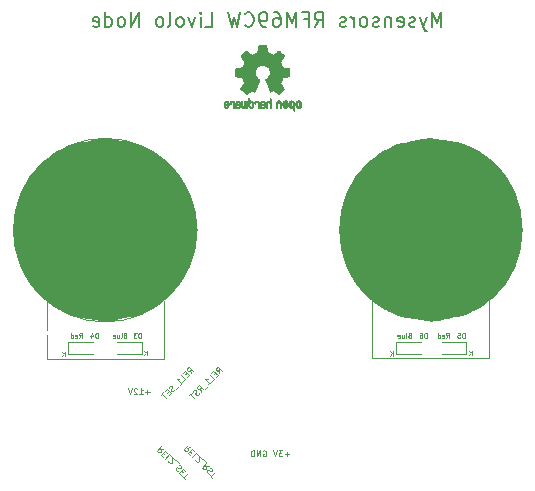
<source format=gbo>
G04 #@! TF.GenerationSoftware,KiCad,Pcbnew,no-vcs-found-4f2ed1b~58~ubuntu16.04.1*
G04 #@! TF.CreationDate,2017-05-05T16:59:14+03:00*
G04 #@! TF.ProjectId,livolo_2_channels_1way_eu_switch,6C69766F6C6F5F325F6368616E6E656C,rev?*
G04 #@! TF.FileFunction,Legend,Bot*
G04 #@! TF.FilePolarity,Positive*
%FSLAX46Y46*%
G04 Gerber Fmt 4.6, Leading zero omitted, Abs format (unit mm)*
G04 Created by KiCad (PCBNEW no-vcs-found-4f2ed1b~58~ubuntu16.04.1) date Fri May  5 16:59:14 2017*
%MOMM*%
%LPD*%
G01*
G04 APERTURE LIST*
%ADD10C,0.100000*%
%ADD11C,0.120000*%
%ADD12C,0.200000*%
%ADD13C,7.950000*%
%ADD14C,0.010000*%
%ADD15C,1.500000*%
%ADD16R,0.600000X0.800000*%
%ADD17C,1.998980*%
%ADD18O,1.350000X1.350000*%
%ADD19R,1.350000X1.350000*%
G04 APERTURE END LIST*
D10*
D11*
X144242857Y-111135714D02*
X143861904Y-111135714D01*
X144052380Y-111326190D02*
X144052380Y-110945238D01*
X143671428Y-110826190D02*
X143361904Y-110826190D01*
X143528571Y-111016666D01*
X143457142Y-111016666D01*
X143409523Y-111040476D01*
X143385714Y-111064285D01*
X143361904Y-111111904D01*
X143361904Y-111230952D01*
X143385714Y-111278571D01*
X143409523Y-111302380D01*
X143457142Y-111326190D01*
X143600000Y-111326190D01*
X143647619Y-111302380D01*
X143671428Y-111278571D01*
X143219047Y-110826190D02*
X143052380Y-111326190D01*
X142885714Y-110826190D01*
X135919585Y-104300295D02*
X135869078Y-104014086D01*
X136121616Y-104098265D02*
X135768062Y-103744712D01*
X135633375Y-103879399D01*
X135616539Y-103929906D01*
X135616539Y-103963578D01*
X135633375Y-104014086D01*
X135683883Y-104064593D01*
X135734391Y-104081429D01*
X135768062Y-104081429D01*
X135818570Y-104064593D01*
X135953257Y-103929906D01*
X135582868Y-104266624D02*
X135465017Y-104384475D01*
X135599704Y-104620177D02*
X135768062Y-104451818D01*
X135414509Y-104098265D01*
X135246150Y-104266624D01*
X135279822Y-104940059D02*
X135448181Y-104771700D01*
X135094627Y-104418147D01*
X134976776Y-105243104D02*
X135178807Y-105041074D01*
X135077791Y-105142089D02*
X134724238Y-104788536D01*
X134808417Y-104805372D01*
X134875761Y-104805372D01*
X134926269Y-104788536D01*
X134943104Y-105344120D02*
X134673730Y-105613494D01*
X134555879Y-105630330D02*
X134522208Y-105697673D01*
X134438028Y-105781852D01*
X134387521Y-105798688D01*
X134353849Y-105798688D01*
X134303341Y-105781852D01*
X134269669Y-105748181D01*
X134252834Y-105697673D01*
X134252834Y-105664001D01*
X134269669Y-105613494D01*
X134320177Y-105529314D01*
X134337013Y-105478807D01*
X134337013Y-105445135D01*
X134320177Y-105394627D01*
X134286505Y-105360956D01*
X134235998Y-105344120D01*
X134202326Y-105344120D01*
X134151818Y-105360956D01*
X134067639Y-105445135D01*
X134033967Y-105512478D01*
X134033967Y-105815524D02*
X133916116Y-105933375D01*
X134050803Y-106169078D02*
X134219162Y-106000719D01*
X133865608Y-105647165D01*
X133697250Y-105815524D01*
X133596234Y-105916539D02*
X133394204Y-106118570D01*
X133848773Y-106371108D02*
X133495219Y-106017555D01*
X138336421Y-104283460D02*
X138285913Y-103997250D01*
X138538452Y-104081429D02*
X138184898Y-103727876D01*
X138050211Y-103862563D01*
X138033375Y-103913070D01*
X138033375Y-103946742D01*
X138050211Y-103997250D01*
X138100719Y-104047757D01*
X138151226Y-104064593D01*
X138184898Y-104064593D01*
X138235406Y-104047757D01*
X138370093Y-103913070D01*
X137999704Y-104249788D02*
X137881852Y-104367639D01*
X138016539Y-104603341D02*
X138184898Y-104434982D01*
X137831345Y-104081429D01*
X137662986Y-104249788D01*
X137696658Y-104923223D02*
X137865017Y-104754864D01*
X137511463Y-104401311D01*
X137393612Y-105226269D02*
X137595643Y-105024238D01*
X137494627Y-105125253D02*
X137141074Y-104771700D01*
X137225253Y-104788536D01*
X137292597Y-104788536D01*
X137343104Y-104771700D01*
X137359940Y-105327284D02*
X137090566Y-105596658D01*
X136770685Y-105849196D02*
X136720177Y-105562986D01*
X136972715Y-105647165D02*
X136619162Y-105293612D01*
X136484475Y-105428299D01*
X136467639Y-105478807D01*
X136467639Y-105512478D01*
X136484475Y-105562986D01*
X136534982Y-105613494D01*
X136585490Y-105630330D01*
X136619162Y-105630330D01*
X136669669Y-105613494D01*
X136804356Y-105478807D01*
X136619162Y-105967047D02*
X136585490Y-106034391D01*
X136501311Y-106118570D01*
X136450803Y-106135406D01*
X136417131Y-106135406D01*
X136366624Y-106118570D01*
X136332952Y-106084898D01*
X136316116Y-106034391D01*
X136316116Y-106000719D01*
X136332952Y-105950211D01*
X136383460Y-105866032D01*
X136400295Y-105815524D01*
X136400295Y-105781852D01*
X136383460Y-105731345D01*
X136349788Y-105697673D01*
X136299280Y-105680837D01*
X136265608Y-105680837D01*
X136215101Y-105697673D01*
X136130921Y-105781852D01*
X136097250Y-105849196D01*
X135979399Y-105933375D02*
X135777368Y-106135406D01*
X136231937Y-106387944D02*
X135878383Y-106034391D01*
X135883460Y-110563578D02*
X135597250Y-110614086D01*
X135681429Y-110361547D02*
X135327876Y-110715101D01*
X135462563Y-110849788D01*
X135513070Y-110866624D01*
X135546742Y-110866624D01*
X135597250Y-110849788D01*
X135647757Y-110799280D01*
X135664593Y-110748773D01*
X135664593Y-110715101D01*
X135647757Y-110664593D01*
X135513070Y-110529906D01*
X135849788Y-110900295D02*
X135967639Y-111018147D01*
X136203341Y-110883460D02*
X136034982Y-110715101D01*
X135681429Y-111068654D01*
X135849788Y-111237013D01*
X136523223Y-111203341D02*
X136354864Y-111034982D01*
X136001311Y-111388536D01*
X136304356Y-111624238D02*
X136304356Y-111657910D01*
X136321192Y-111708417D01*
X136405372Y-111792597D01*
X136455879Y-111809433D01*
X136489551Y-111809433D01*
X136540059Y-111792597D01*
X136573730Y-111758925D01*
X136607402Y-111691582D01*
X136607402Y-111287521D01*
X136826269Y-111506387D01*
X136927284Y-111540059D02*
X137196658Y-111809433D01*
X137449196Y-112129314D02*
X137162986Y-112179822D01*
X137247165Y-111927284D02*
X136893612Y-112280837D01*
X137028299Y-112415524D01*
X137078807Y-112432360D01*
X137112478Y-112432360D01*
X137162986Y-112415524D01*
X137213494Y-112365017D01*
X137230330Y-112314509D01*
X137230330Y-112280837D01*
X137213494Y-112230330D01*
X137078807Y-112095643D01*
X137567047Y-112280837D02*
X137634391Y-112314509D01*
X137718570Y-112398688D01*
X137735406Y-112449196D01*
X137735406Y-112482868D01*
X137718570Y-112533375D01*
X137684898Y-112567047D01*
X137634391Y-112583883D01*
X137600719Y-112583883D01*
X137550211Y-112567047D01*
X137466032Y-112516539D01*
X137415524Y-112499704D01*
X137381852Y-112499704D01*
X137331345Y-112516539D01*
X137297673Y-112550211D01*
X137280837Y-112600719D01*
X137280837Y-112634391D01*
X137297673Y-112684898D01*
X137381852Y-112769078D01*
X137449196Y-112802749D01*
X137533375Y-112920600D02*
X137735406Y-113122631D01*
X137987944Y-112668062D02*
X137634391Y-113021616D01*
X133600295Y-110680414D02*
X133314086Y-110730921D01*
X133398265Y-110478383D02*
X133044712Y-110831937D01*
X133179399Y-110966624D01*
X133229906Y-110983460D01*
X133263578Y-110983460D01*
X133314086Y-110966624D01*
X133364593Y-110916116D01*
X133381429Y-110865608D01*
X133381429Y-110831937D01*
X133364593Y-110781429D01*
X133229906Y-110646742D01*
X133566624Y-111017131D02*
X133684475Y-111134982D01*
X133920177Y-111000295D02*
X133751818Y-110831937D01*
X133398265Y-111185490D01*
X133566624Y-111353849D01*
X134240059Y-111320177D02*
X134071700Y-111151818D01*
X133718147Y-111505372D01*
X134021192Y-111741074D02*
X134021192Y-111774746D01*
X134038028Y-111825253D01*
X134122208Y-111909433D01*
X134172715Y-111926269D01*
X134206387Y-111926269D01*
X134256895Y-111909433D01*
X134290566Y-111875761D01*
X134324238Y-111808417D01*
X134324238Y-111404356D01*
X134543104Y-111623223D01*
X134644120Y-111656895D02*
X134913494Y-111926269D01*
X134930330Y-112044120D02*
X134997673Y-112077791D01*
X135081852Y-112161971D01*
X135098688Y-112212478D01*
X135098688Y-112246150D01*
X135081852Y-112296658D01*
X135048181Y-112330330D01*
X134997673Y-112347165D01*
X134964001Y-112347165D01*
X134913494Y-112330330D01*
X134829314Y-112279822D01*
X134778807Y-112262986D01*
X134745135Y-112262986D01*
X134694627Y-112279822D01*
X134660956Y-112313494D01*
X134644120Y-112364001D01*
X134644120Y-112397673D01*
X134660956Y-112448181D01*
X134745135Y-112532360D01*
X134812478Y-112566032D01*
X135115524Y-112566032D02*
X135233375Y-112683883D01*
X135469078Y-112549196D02*
X135300719Y-112380837D01*
X134947165Y-112734391D01*
X135115524Y-112902749D01*
X135216539Y-113003765D02*
X135418570Y-113205795D01*
X135671108Y-112751226D02*
X135317555Y-113104780D01*
X142030952Y-110850000D02*
X142078571Y-110826190D01*
X142150000Y-110826190D01*
X142221428Y-110850000D01*
X142269047Y-110897619D01*
X142292857Y-110945238D01*
X142316666Y-111040476D01*
X142316666Y-111111904D01*
X142292857Y-111207142D01*
X142269047Y-111254761D01*
X142221428Y-111302380D01*
X142150000Y-111326190D01*
X142102380Y-111326190D01*
X142030952Y-111302380D01*
X142007142Y-111278571D01*
X142007142Y-111111904D01*
X142102380Y-111111904D01*
X141792857Y-111326190D02*
X141792857Y-110826190D01*
X141507142Y-111326190D01*
X141507142Y-110826190D01*
X141269047Y-111326190D02*
X141269047Y-110826190D01*
X141150000Y-110826190D01*
X141078571Y-110850000D01*
X141030952Y-110897619D01*
X141007142Y-110945238D01*
X140983333Y-111040476D01*
X140983333Y-111111904D01*
X141007142Y-111207142D01*
X141030952Y-111254761D01*
X141078571Y-111302380D01*
X141150000Y-111326190D01*
X141269047Y-111326190D01*
X132430952Y-105885714D02*
X132050000Y-105885714D01*
X132240476Y-106076190D02*
X132240476Y-105695238D01*
X131550000Y-106076190D02*
X131835714Y-106076190D01*
X131692857Y-106076190D02*
X131692857Y-105576190D01*
X131740476Y-105647619D01*
X131788095Y-105695238D01*
X131835714Y-105719047D01*
X131359523Y-105623809D02*
X131335714Y-105600000D01*
X131288095Y-105576190D01*
X131169047Y-105576190D01*
X131121428Y-105600000D01*
X131097619Y-105623809D01*
X131073809Y-105671428D01*
X131073809Y-105719047D01*
X131097619Y-105790476D01*
X131383333Y-106076190D01*
X131073809Y-106076190D01*
X130930952Y-105576190D02*
X130764285Y-106076190D01*
X130597619Y-105576190D01*
D12*
X157142857Y-74942857D02*
X157142857Y-73742857D01*
X156742857Y-74600000D01*
X156342857Y-73742857D01*
X156342857Y-74942857D01*
X155885714Y-74142857D02*
X155600000Y-74942857D01*
X155314285Y-74142857D02*
X155600000Y-74942857D01*
X155714285Y-75228571D01*
X155771428Y-75285714D01*
X155885714Y-75342857D01*
X154914285Y-74885714D02*
X154800000Y-74942857D01*
X154571428Y-74942857D01*
X154457142Y-74885714D01*
X154400000Y-74771428D01*
X154400000Y-74714285D01*
X154457142Y-74600000D01*
X154571428Y-74542857D01*
X154742857Y-74542857D01*
X154857142Y-74485714D01*
X154914285Y-74371428D01*
X154914285Y-74314285D01*
X154857142Y-74200000D01*
X154742857Y-74142857D01*
X154571428Y-74142857D01*
X154457142Y-74200000D01*
X153428571Y-74885714D02*
X153542857Y-74942857D01*
X153771428Y-74942857D01*
X153885714Y-74885714D01*
X153942857Y-74771428D01*
X153942857Y-74314285D01*
X153885714Y-74200000D01*
X153771428Y-74142857D01*
X153542857Y-74142857D01*
X153428571Y-74200000D01*
X153371428Y-74314285D01*
X153371428Y-74428571D01*
X153942857Y-74542857D01*
X152857142Y-74142857D02*
X152857142Y-74942857D01*
X152857142Y-74257142D02*
X152800000Y-74200000D01*
X152685714Y-74142857D01*
X152514285Y-74142857D01*
X152400000Y-74200000D01*
X152342857Y-74314285D01*
X152342857Y-74942857D01*
X151828571Y-74885714D02*
X151714285Y-74942857D01*
X151485714Y-74942857D01*
X151371428Y-74885714D01*
X151314285Y-74771428D01*
X151314285Y-74714285D01*
X151371428Y-74600000D01*
X151485714Y-74542857D01*
X151657142Y-74542857D01*
X151771428Y-74485714D01*
X151828571Y-74371428D01*
X151828571Y-74314285D01*
X151771428Y-74200000D01*
X151657142Y-74142857D01*
X151485714Y-74142857D01*
X151371428Y-74200000D01*
X150628571Y-74942857D02*
X150742857Y-74885714D01*
X150800000Y-74828571D01*
X150857142Y-74714285D01*
X150857142Y-74371428D01*
X150800000Y-74257142D01*
X150742857Y-74200000D01*
X150628571Y-74142857D01*
X150457142Y-74142857D01*
X150342857Y-74200000D01*
X150285714Y-74257142D01*
X150228571Y-74371428D01*
X150228571Y-74714285D01*
X150285714Y-74828571D01*
X150342857Y-74885714D01*
X150457142Y-74942857D01*
X150628571Y-74942857D01*
X149714285Y-74942857D02*
X149714285Y-74142857D01*
X149714285Y-74371428D02*
X149657142Y-74257142D01*
X149600000Y-74200000D01*
X149485714Y-74142857D01*
X149371428Y-74142857D01*
X149028571Y-74885714D02*
X148914285Y-74942857D01*
X148685714Y-74942857D01*
X148571428Y-74885714D01*
X148514285Y-74771428D01*
X148514285Y-74714285D01*
X148571428Y-74600000D01*
X148685714Y-74542857D01*
X148857142Y-74542857D01*
X148971428Y-74485714D01*
X149028571Y-74371428D01*
X149028571Y-74314285D01*
X148971428Y-74200000D01*
X148857142Y-74142857D01*
X148685714Y-74142857D01*
X148571428Y-74200000D01*
X146400000Y-74942857D02*
X146800000Y-74371428D01*
X147085714Y-74942857D02*
X147085714Y-73742857D01*
X146628571Y-73742857D01*
X146514285Y-73800000D01*
X146457142Y-73857142D01*
X146400000Y-73971428D01*
X146400000Y-74142857D01*
X146457142Y-74257142D01*
X146514285Y-74314285D01*
X146628571Y-74371428D01*
X147085714Y-74371428D01*
X145485714Y-74314285D02*
X145885714Y-74314285D01*
X145885714Y-74942857D02*
X145885714Y-73742857D01*
X145314285Y-73742857D01*
X144857142Y-74942857D02*
X144857142Y-73742857D01*
X144457142Y-74600000D01*
X144057142Y-73742857D01*
X144057142Y-74942857D01*
X142971428Y-73742857D02*
X143200000Y-73742857D01*
X143314285Y-73800000D01*
X143371428Y-73857142D01*
X143485714Y-74028571D01*
X143542857Y-74257142D01*
X143542857Y-74714285D01*
X143485714Y-74828571D01*
X143428571Y-74885714D01*
X143314285Y-74942857D01*
X143085714Y-74942857D01*
X142971428Y-74885714D01*
X142914285Y-74828571D01*
X142857142Y-74714285D01*
X142857142Y-74428571D01*
X142914285Y-74314285D01*
X142971428Y-74257142D01*
X143085714Y-74200000D01*
X143314285Y-74200000D01*
X143428571Y-74257142D01*
X143485714Y-74314285D01*
X143542857Y-74428571D01*
X142285714Y-74942857D02*
X142057142Y-74942857D01*
X141942857Y-74885714D01*
X141885714Y-74828571D01*
X141771428Y-74657142D01*
X141714285Y-74428571D01*
X141714285Y-73971428D01*
X141771428Y-73857142D01*
X141828571Y-73800000D01*
X141942857Y-73742857D01*
X142171428Y-73742857D01*
X142285714Y-73800000D01*
X142342857Y-73857142D01*
X142400000Y-73971428D01*
X142400000Y-74257142D01*
X142342857Y-74371428D01*
X142285714Y-74428571D01*
X142171428Y-74485714D01*
X141942857Y-74485714D01*
X141828571Y-74428571D01*
X141771428Y-74371428D01*
X141714285Y-74257142D01*
X140514285Y-74828571D02*
X140571428Y-74885714D01*
X140742857Y-74942857D01*
X140857142Y-74942857D01*
X141028571Y-74885714D01*
X141142857Y-74771428D01*
X141200000Y-74657142D01*
X141257142Y-74428571D01*
X141257142Y-74257142D01*
X141200000Y-74028571D01*
X141142857Y-73914285D01*
X141028571Y-73800000D01*
X140857142Y-73742857D01*
X140742857Y-73742857D01*
X140571428Y-73800000D01*
X140514285Y-73857142D01*
X140114285Y-73742857D02*
X139828571Y-74942857D01*
X139600000Y-74085714D01*
X139371428Y-74942857D01*
X139085714Y-73742857D01*
X137142857Y-74942857D02*
X137714285Y-74942857D01*
X137714285Y-73742857D01*
X136742857Y-74942857D02*
X136742857Y-74142857D01*
X136742857Y-73742857D02*
X136800000Y-73800000D01*
X136742857Y-73857142D01*
X136685714Y-73800000D01*
X136742857Y-73742857D01*
X136742857Y-73857142D01*
X136285714Y-74142857D02*
X136000000Y-74942857D01*
X135714285Y-74142857D01*
X135085714Y-74942857D02*
X135200000Y-74885714D01*
X135257142Y-74828571D01*
X135314285Y-74714285D01*
X135314285Y-74371428D01*
X135257142Y-74257142D01*
X135200000Y-74200000D01*
X135085714Y-74142857D01*
X134914285Y-74142857D01*
X134800000Y-74200000D01*
X134742857Y-74257142D01*
X134685714Y-74371428D01*
X134685714Y-74714285D01*
X134742857Y-74828571D01*
X134800000Y-74885714D01*
X134914285Y-74942857D01*
X135085714Y-74942857D01*
X134000000Y-74942857D02*
X134114285Y-74885714D01*
X134171428Y-74771428D01*
X134171428Y-73742857D01*
X133371428Y-74942857D02*
X133485714Y-74885714D01*
X133542857Y-74828571D01*
X133600000Y-74714285D01*
X133600000Y-74371428D01*
X133542857Y-74257142D01*
X133485714Y-74200000D01*
X133371428Y-74142857D01*
X133200000Y-74142857D01*
X133085714Y-74200000D01*
X133028571Y-74257142D01*
X132971428Y-74371428D01*
X132971428Y-74714285D01*
X133028571Y-74828571D01*
X133085714Y-74885714D01*
X133200000Y-74942857D01*
X133371428Y-74942857D01*
X131542857Y-74942857D02*
X131542857Y-73742857D01*
X130857142Y-74942857D01*
X130857142Y-73742857D01*
X130114285Y-74942857D02*
X130228571Y-74885714D01*
X130285714Y-74828571D01*
X130342857Y-74714285D01*
X130342857Y-74371428D01*
X130285714Y-74257142D01*
X130228571Y-74200000D01*
X130114285Y-74142857D01*
X129942857Y-74142857D01*
X129828571Y-74200000D01*
X129771428Y-74257142D01*
X129714285Y-74371428D01*
X129714285Y-74714285D01*
X129771428Y-74828571D01*
X129828571Y-74885714D01*
X129942857Y-74942857D01*
X130114285Y-74942857D01*
X128685714Y-74942857D02*
X128685714Y-73742857D01*
X128685714Y-74885714D02*
X128800000Y-74942857D01*
X129028571Y-74942857D01*
X129142857Y-74885714D01*
X129200000Y-74828571D01*
X129257142Y-74714285D01*
X129257142Y-74371428D01*
X129200000Y-74257142D01*
X129142857Y-74200000D01*
X129028571Y-74142857D01*
X128800000Y-74142857D01*
X128685714Y-74200000D01*
X127657142Y-74885714D02*
X127771428Y-74942857D01*
X128000000Y-74942857D01*
X128114285Y-74885714D01*
X128171428Y-74771428D01*
X128171428Y-74314285D01*
X128114285Y-74200000D01*
X128000000Y-74142857D01*
X127771428Y-74142857D01*
X127657142Y-74200000D01*
X127600000Y-74314285D01*
X127600000Y-74428571D01*
X128171428Y-74542857D01*
D10*
X159704761Y-102780952D02*
X159704761Y-102380952D01*
X159476190Y-102780952D02*
X159647619Y-102552380D01*
X159476190Y-102380952D02*
X159704761Y-102609523D01*
X153004761Y-102830952D02*
X153004761Y-102430952D01*
X152776190Y-102830952D02*
X152947619Y-102602380D01*
X152776190Y-102430952D02*
X153004761Y-102659523D01*
X125279761Y-102855952D02*
X125279761Y-102455952D01*
X125051190Y-102855952D02*
X125222619Y-102627380D01*
X125051190Y-102455952D02*
X125279761Y-102684523D01*
X132204761Y-102780952D02*
X132204761Y-102380952D01*
X131976190Y-102780952D02*
X132147619Y-102552380D01*
X131976190Y-102380952D02*
X132204761Y-102609523D01*
X151298140Y-103032020D02*
X161166040Y-103032020D01*
X151270200Y-103032020D02*
X151270200Y-97999511D01*
X161170160Y-103032020D02*
X161170160Y-97999511D01*
X123748140Y-103082020D02*
X133616040Y-103082020D01*
X123720200Y-103082020D02*
X123720200Y-98199959D01*
X163892148Y-92134512D02*
G75*
G03X163892148Y-92134512I-7647872J0D01*
G01*
X133620160Y-103082020D02*
X133620160Y-98199959D01*
X136451733Y-92169926D02*
G75*
G03X136451733Y-92169926I-7778209J0D01*
G01*
D13*
X160040119Y-92150000D02*
G75*
G03X160040119Y-92150000I-3790119J0D01*
G01*
X132440119Y-92150000D02*
G75*
G03X132440119Y-92150000I-3790119J0D01*
G01*
D14*
G36*
X144375256Y-81194918D02*
X144319799Y-81222568D01*
X144270852Y-81273480D01*
X144257371Y-81292338D01*
X144242686Y-81317015D01*
X144233158Y-81343816D01*
X144227707Y-81379587D01*
X144225253Y-81431169D01*
X144224714Y-81499267D01*
X144227148Y-81592588D01*
X144235606Y-81662657D01*
X144251826Y-81714931D01*
X144277546Y-81754869D01*
X144314503Y-81787929D01*
X144317218Y-81789886D01*
X144353640Y-81809908D01*
X144397498Y-81819815D01*
X144453276Y-81822257D01*
X144543952Y-81822257D01*
X144543990Y-81910283D01*
X144544834Y-81959308D01*
X144549976Y-81988065D01*
X144563413Y-82005311D01*
X144589142Y-82019808D01*
X144595321Y-82022769D01*
X144624236Y-82036648D01*
X144646624Y-82045414D01*
X144663271Y-82046171D01*
X144674964Y-82036023D01*
X144682490Y-82012073D01*
X144686634Y-81971426D01*
X144688185Y-81911186D01*
X144687929Y-81828455D01*
X144686651Y-81720339D01*
X144686252Y-81688000D01*
X144684815Y-81576524D01*
X144683528Y-81503603D01*
X144544029Y-81503603D01*
X144543245Y-81565499D01*
X144539760Y-81605997D01*
X144531876Y-81632708D01*
X144517895Y-81653244D01*
X144508403Y-81663260D01*
X144469596Y-81692567D01*
X144435237Y-81694952D01*
X144399784Y-81670750D01*
X144398886Y-81669857D01*
X144384461Y-81651153D01*
X144375687Y-81625732D01*
X144371261Y-81586584D01*
X144369882Y-81526697D01*
X144369857Y-81513430D01*
X144373188Y-81430901D01*
X144384031Y-81373691D01*
X144403660Y-81338766D01*
X144433350Y-81323094D01*
X144450509Y-81321514D01*
X144491234Y-81328926D01*
X144519168Y-81353330D01*
X144535983Y-81397980D01*
X144543350Y-81466130D01*
X144544029Y-81503603D01*
X144683528Y-81503603D01*
X144683292Y-81490245D01*
X144681323Y-81425333D01*
X144678550Y-81377958D01*
X144674612Y-81344290D01*
X144669151Y-81320498D01*
X144661808Y-81302753D01*
X144652223Y-81287224D01*
X144648113Y-81281381D01*
X144593595Y-81226185D01*
X144524664Y-81194890D01*
X144444928Y-81186165D01*
X144375256Y-81194918D01*
X144375256Y-81194918D01*
G37*
X144375256Y-81194918D02*
X144319799Y-81222568D01*
X144270852Y-81273480D01*
X144257371Y-81292338D01*
X144242686Y-81317015D01*
X144233158Y-81343816D01*
X144227707Y-81379587D01*
X144225253Y-81431169D01*
X144224714Y-81499267D01*
X144227148Y-81592588D01*
X144235606Y-81662657D01*
X144251826Y-81714931D01*
X144277546Y-81754869D01*
X144314503Y-81787929D01*
X144317218Y-81789886D01*
X144353640Y-81809908D01*
X144397498Y-81819815D01*
X144453276Y-81822257D01*
X144543952Y-81822257D01*
X144543990Y-81910283D01*
X144544834Y-81959308D01*
X144549976Y-81988065D01*
X144563413Y-82005311D01*
X144589142Y-82019808D01*
X144595321Y-82022769D01*
X144624236Y-82036648D01*
X144646624Y-82045414D01*
X144663271Y-82046171D01*
X144674964Y-82036023D01*
X144682490Y-82012073D01*
X144686634Y-81971426D01*
X144688185Y-81911186D01*
X144687929Y-81828455D01*
X144686651Y-81720339D01*
X144686252Y-81688000D01*
X144684815Y-81576524D01*
X144683528Y-81503603D01*
X144544029Y-81503603D01*
X144543245Y-81565499D01*
X144539760Y-81605997D01*
X144531876Y-81632708D01*
X144517895Y-81653244D01*
X144508403Y-81663260D01*
X144469596Y-81692567D01*
X144435237Y-81694952D01*
X144399784Y-81670750D01*
X144398886Y-81669857D01*
X144384461Y-81651153D01*
X144375687Y-81625732D01*
X144371261Y-81586584D01*
X144369882Y-81526697D01*
X144369857Y-81513430D01*
X144373188Y-81430901D01*
X144384031Y-81373691D01*
X144403660Y-81338766D01*
X144433350Y-81323094D01*
X144450509Y-81321514D01*
X144491234Y-81328926D01*
X144519168Y-81353330D01*
X144535983Y-81397980D01*
X144543350Y-81466130D01*
X144544029Y-81503603D01*
X144683528Y-81503603D01*
X144683292Y-81490245D01*
X144681323Y-81425333D01*
X144678550Y-81377958D01*
X144674612Y-81344290D01*
X144669151Y-81320498D01*
X144661808Y-81302753D01*
X144652223Y-81287224D01*
X144648113Y-81281381D01*
X144593595Y-81226185D01*
X144524664Y-81194890D01*
X144444928Y-81186165D01*
X144375256Y-81194918D01*
G36*
X143258907Y-81202780D02*
X143212328Y-81229723D01*
X143179943Y-81256466D01*
X143156258Y-81284484D01*
X143139941Y-81318748D01*
X143129661Y-81364227D01*
X143124086Y-81425892D01*
X143121884Y-81508711D01*
X143121629Y-81568246D01*
X143121629Y-81787391D01*
X143183314Y-81815044D01*
X143245000Y-81842697D01*
X143252257Y-81602670D01*
X143255256Y-81513028D01*
X143258402Y-81447962D01*
X143262299Y-81403026D01*
X143267553Y-81373770D01*
X143274769Y-81355748D01*
X143284550Y-81344511D01*
X143287688Y-81342079D01*
X143335239Y-81323083D01*
X143383303Y-81330600D01*
X143411914Y-81350543D01*
X143423553Y-81364675D01*
X143431609Y-81383220D01*
X143436729Y-81411334D01*
X143439559Y-81454173D01*
X143440744Y-81516895D01*
X143440943Y-81582261D01*
X143440982Y-81664268D01*
X143442386Y-81722316D01*
X143447086Y-81761465D01*
X143457013Y-81786780D01*
X143474097Y-81803323D01*
X143500268Y-81816156D01*
X143535225Y-81829491D01*
X143573404Y-81844007D01*
X143568859Y-81586389D01*
X143567029Y-81493519D01*
X143564888Y-81424889D01*
X143561819Y-81375711D01*
X143557206Y-81341198D01*
X143550432Y-81316562D01*
X143540881Y-81297016D01*
X143529366Y-81279770D01*
X143473810Y-81224680D01*
X143406020Y-81192822D01*
X143332287Y-81185191D01*
X143258907Y-81202780D01*
X143258907Y-81202780D01*
G37*
X143258907Y-81202780D02*
X143212328Y-81229723D01*
X143179943Y-81256466D01*
X143156258Y-81284484D01*
X143139941Y-81318748D01*
X143129661Y-81364227D01*
X143124086Y-81425892D01*
X143121884Y-81508711D01*
X143121629Y-81568246D01*
X143121629Y-81787391D01*
X143183314Y-81815044D01*
X143245000Y-81842697D01*
X143252257Y-81602670D01*
X143255256Y-81513028D01*
X143258402Y-81447962D01*
X143262299Y-81403026D01*
X143267553Y-81373770D01*
X143274769Y-81355748D01*
X143284550Y-81344511D01*
X143287688Y-81342079D01*
X143335239Y-81323083D01*
X143383303Y-81330600D01*
X143411914Y-81350543D01*
X143423553Y-81364675D01*
X143431609Y-81383220D01*
X143436729Y-81411334D01*
X143439559Y-81454173D01*
X143440744Y-81516895D01*
X143440943Y-81582261D01*
X143440982Y-81664268D01*
X143442386Y-81722316D01*
X143447086Y-81761465D01*
X143457013Y-81786780D01*
X143474097Y-81803323D01*
X143500268Y-81816156D01*
X143535225Y-81829491D01*
X143573404Y-81844007D01*
X143568859Y-81586389D01*
X143567029Y-81493519D01*
X143564888Y-81424889D01*
X143561819Y-81375711D01*
X143557206Y-81341198D01*
X143550432Y-81316562D01*
X143540881Y-81297016D01*
X143529366Y-81279770D01*
X143473810Y-81224680D01*
X143406020Y-81192822D01*
X143332287Y-81185191D01*
X143258907Y-81202780D01*
G36*
X144933885Y-81196962D02*
X144865855Y-81232733D01*
X144815649Y-81290301D01*
X144797815Y-81327312D01*
X144783937Y-81382882D01*
X144776833Y-81453096D01*
X144776160Y-81529727D01*
X144781573Y-81604552D01*
X144792730Y-81669342D01*
X144809286Y-81715873D01*
X144814374Y-81723887D01*
X144874645Y-81783707D01*
X144946231Y-81819535D01*
X145023908Y-81830020D01*
X145102452Y-81813810D01*
X145124311Y-81804092D01*
X145166878Y-81774143D01*
X145204237Y-81734433D01*
X145207768Y-81729397D01*
X145222119Y-81705124D01*
X145231606Y-81679178D01*
X145237210Y-81645022D01*
X145239914Y-81596119D01*
X145240701Y-81525935D01*
X145240714Y-81510200D01*
X145240678Y-81505192D01*
X145095571Y-81505192D01*
X145094727Y-81571430D01*
X145091404Y-81615386D01*
X145084417Y-81643779D01*
X145072584Y-81663325D01*
X145066543Y-81669857D01*
X145031814Y-81694680D01*
X144998097Y-81693548D01*
X144964005Y-81672016D01*
X144943671Y-81649029D01*
X144931629Y-81615478D01*
X144924866Y-81562569D01*
X144924402Y-81556399D01*
X144923248Y-81460513D01*
X144935312Y-81389299D01*
X144960430Y-81343194D01*
X144998440Y-81322635D01*
X145012008Y-81321514D01*
X145047636Y-81327152D01*
X145072006Y-81346686D01*
X145086907Y-81384042D01*
X145094125Y-81443150D01*
X145095571Y-81505192D01*
X145240678Y-81505192D01*
X145240174Y-81435413D01*
X145237904Y-81383159D01*
X145232932Y-81346949D01*
X145224287Y-81320299D01*
X145210995Y-81296722D01*
X145208057Y-81292338D01*
X145158687Y-81233249D01*
X145104891Y-81198947D01*
X145039398Y-81185331D01*
X145017158Y-81184665D01*
X144933885Y-81196962D01*
X144933885Y-81196962D01*
G37*
X144933885Y-81196962D02*
X144865855Y-81232733D01*
X144815649Y-81290301D01*
X144797815Y-81327312D01*
X144783937Y-81382882D01*
X144776833Y-81453096D01*
X144776160Y-81529727D01*
X144781573Y-81604552D01*
X144792730Y-81669342D01*
X144809286Y-81715873D01*
X144814374Y-81723887D01*
X144874645Y-81783707D01*
X144946231Y-81819535D01*
X145023908Y-81830020D01*
X145102452Y-81813810D01*
X145124311Y-81804092D01*
X145166878Y-81774143D01*
X145204237Y-81734433D01*
X145207768Y-81729397D01*
X145222119Y-81705124D01*
X145231606Y-81679178D01*
X145237210Y-81645022D01*
X145239914Y-81596119D01*
X145240701Y-81525935D01*
X145240714Y-81510200D01*
X145240678Y-81505192D01*
X145095571Y-81505192D01*
X145094727Y-81571430D01*
X145091404Y-81615386D01*
X145084417Y-81643779D01*
X145072584Y-81663325D01*
X145066543Y-81669857D01*
X145031814Y-81694680D01*
X144998097Y-81693548D01*
X144964005Y-81672016D01*
X144943671Y-81649029D01*
X144931629Y-81615478D01*
X144924866Y-81562569D01*
X144924402Y-81556399D01*
X144923248Y-81460513D01*
X144935312Y-81389299D01*
X144960430Y-81343194D01*
X144998440Y-81322635D01*
X145012008Y-81321514D01*
X145047636Y-81327152D01*
X145072006Y-81346686D01*
X145086907Y-81384042D01*
X145094125Y-81443150D01*
X145095571Y-81505192D01*
X145240678Y-81505192D01*
X145240174Y-81435413D01*
X145237904Y-81383159D01*
X145232932Y-81346949D01*
X145224287Y-81320299D01*
X145210995Y-81296722D01*
X145208057Y-81292338D01*
X145158687Y-81233249D01*
X145104891Y-81198947D01*
X145039398Y-81185331D01*
X145017158Y-81184665D01*
X144933885Y-81196962D01*
G36*
X143806697Y-81206239D02*
X143749473Y-81244735D01*
X143705251Y-81300335D01*
X143678833Y-81371086D01*
X143673490Y-81423162D01*
X143674097Y-81444893D01*
X143679178Y-81461531D01*
X143693145Y-81476437D01*
X143720411Y-81492973D01*
X143765388Y-81514498D01*
X143832489Y-81544374D01*
X143832829Y-81544524D01*
X143894593Y-81572813D01*
X143945241Y-81597933D01*
X143979596Y-81617179D01*
X143992482Y-81627848D01*
X143992486Y-81627934D01*
X143981128Y-81651166D01*
X143954569Y-81676774D01*
X143924077Y-81695221D01*
X143908630Y-81698886D01*
X143866485Y-81686212D01*
X143830192Y-81654471D01*
X143812483Y-81619572D01*
X143795448Y-81593845D01*
X143762078Y-81564546D01*
X143722851Y-81539235D01*
X143688244Y-81525471D01*
X143681007Y-81524714D01*
X143672861Y-81537160D01*
X143672370Y-81568972D01*
X143678357Y-81611866D01*
X143689643Y-81657558D01*
X143705050Y-81697761D01*
X143705829Y-81699322D01*
X143752196Y-81764062D01*
X143812289Y-81808097D01*
X143880535Y-81829711D01*
X143951362Y-81827185D01*
X144019196Y-81798804D01*
X144022212Y-81796808D01*
X144075573Y-81748448D01*
X144110660Y-81685352D01*
X144130078Y-81602387D01*
X144132684Y-81579078D01*
X144137299Y-81469055D01*
X144131767Y-81417748D01*
X143992486Y-81417748D01*
X143990676Y-81449753D01*
X143980778Y-81459093D01*
X143956102Y-81452105D01*
X143917205Y-81435587D01*
X143873725Y-81414881D01*
X143872644Y-81414333D01*
X143835791Y-81394949D01*
X143821000Y-81382013D01*
X143824647Y-81368451D01*
X143840005Y-81350632D01*
X143879077Y-81324845D01*
X143921154Y-81322950D01*
X143958897Y-81341717D01*
X143984966Y-81377915D01*
X143992486Y-81417748D01*
X144131767Y-81417748D01*
X144127806Y-81381027D01*
X144103450Y-81311212D01*
X144069544Y-81262302D01*
X144008347Y-81212878D01*
X143940937Y-81188359D01*
X143872120Y-81186797D01*
X143806697Y-81206239D01*
X143806697Y-81206239D01*
G37*
X143806697Y-81206239D02*
X143749473Y-81244735D01*
X143705251Y-81300335D01*
X143678833Y-81371086D01*
X143673490Y-81423162D01*
X143674097Y-81444893D01*
X143679178Y-81461531D01*
X143693145Y-81476437D01*
X143720411Y-81492973D01*
X143765388Y-81514498D01*
X143832489Y-81544374D01*
X143832829Y-81544524D01*
X143894593Y-81572813D01*
X143945241Y-81597933D01*
X143979596Y-81617179D01*
X143992482Y-81627848D01*
X143992486Y-81627934D01*
X143981128Y-81651166D01*
X143954569Y-81676774D01*
X143924077Y-81695221D01*
X143908630Y-81698886D01*
X143866485Y-81686212D01*
X143830192Y-81654471D01*
X143812483Y-81619572D01*
X143795448Y-81593845D01*
X143762078Y-81564546D01*
X143722851Y-81539235D01*
X143688244Y-81525471D01*
X143681007Y-81524714D01*
X143672861Y-81537160D01*
X143672370Y-81568972D01*
X143678357Y-81611866D01*
X143689643Y-81657558D01*
X143705050Y-81697761D01*
X143705829Y-81699322D01*
X143752196Y-81764062D01*
X143812289Y-81808097D01*
X143880535Y-81829711D01*
X143951362Y-81827185D01*
X144019196Y-81798804D01*
X144022212Y-81796808D01*
X144075573Y-81748448D01*
X144110660Y-81685352D01*
X144130078Y-81602387D01*
X144132684Y-81579078D01*
X144137299Y-81469055D01*
X144131767Y-81417748D01*
X143992486Y-81417748D01*
X143990676Y-81449753D01*
X143980778Y-81459093D01*
X143956102Y-81452105D01*
X143917205Y-81435587D01*
X143873725Y-81414881D01*
X143872644Y-81414333D01*
X143835791Y-81394949D01*
X143821000Y-81382013D01*
X143824647Y-81368451D01*
X143840005Y-81350632D01*
X143879077Y-81324845D01*
X143921154Y-81322950D01*
X143958897Y-81341717D01*
X143984966Y-81377915D01*
X143992486Y-81417748D01*
X144131767Y-81417748D01*
X144127806Y-81381027D01*
X144103450Y-81311212D01*
X144069544Y-81262302D01*
X144008347Y-81212878D01*
X143940937Y-81188359D01*
X143872120Y-81186797D01*
X143806697Y-81206239D01*
G36*
X142599114Y-81126289D02*
X142594861Y-81185613D01*
X142589975Y-81220572D01*
X142583205Y-81235820D01*
X142573298Y-81236015D01*
X142570086Y-81234195D01*
X142527356Y-81221015D01*
X142471773Y-81221785D01*
X142415263Y-81235333D01*
X142379918Y-81252861D01*
X142343679Y-81280861D01*
X142317187Y-81312549D01*
X142299001Y-81352813D01*
X142287678Y-81406543D01*
X142281778Y-81478626D01*
X142279857Y-81573951D01*
X142279823Y-81592237D01*
X142279800Y-81797646D01*
X142325509Y-81813580D01*
X142357973Y-81824420D01*
X142375785Y-81829468D01*
X142376309Y-81829514D01*
X142378063Y-81815828D01*
X142379556Y-81778076D01*
X142380674Y-81721224D01*
X142381303Y-81650234D01*
X142381400Y-81607073D01*
X142381602Y-81521973D01*
X142382642Y-81460981D01*
X142385169Y-81419177D01*
X142389836Y-81391642D01*
X142397293Y-81373456D01*
X142408189Y-81359698D01*
X142414993Y-81353073D01*
X142461728Y-81326375D01*
X142512728Y-81324375D01*
X142558999Y-81346955D01*
X142567556Y-81355107D01*
X142580107Y-81370436D01*
X142588812Y-81388618D01*
X142594369Y-81414909D01*
X142597474Y-81454562D01*
X142598824Y-81512832D01*
X142599114Y-81593173D01*
X142599114Y-81797646D01*
X142644823Y-81813580D01*
X142677287Y-81824420D01*
X142695099Y-81829468D01*
X142695623Y-81829514D01*
X142696963Y-81815623D01*
X142698172Y-81776439D01*
X142699199Y-81715700D01*
X142699998Y-81637141D01*
X142700519Y-81544498D01*
X142700714Y-81441509D01*
X142700714Y-81044342D01*
X142653543Y-81024444D01*
X142606371Y-81004547D01*
X142599114Y-81126289D01*
X142599114Y-81126289D01*
G37*
X142599114Y-81126289D02*
X142594861Y-81185613D01*
X142589975Y-81220572D01*
X142583205Y-81235820D01*
X142573298Y-81236015D01*
X142570086Y-81234195D01*
X142527356Y-81221015D01*
X142471773Y-81221785D01*
X142415263Y-81235333D01*
X142379918Y-81252861D01*
X142343679Y-81280861D01*
X142317187Y-81312549D01*
X142299001Y-81352813D01*
X142287678Y-81406543D01*
X142281778Y-81478626D01*
X142279857Y-81573951D01*
X142279823Y-81592237D01*
X142279800Y-81797646D01*
X142325509Y-81813580D01*
X142357973Y-81824420D01*
X142375785Y-81829468D01*
X142376309Y-81829514D01*
X142378063Y-81815828D01*
X142379556Y-81778076D01*
X142380674Y-81721224D01*
X142381303Y-81650234D01*
X142381400Y-81607073D01*
X142381602Y-81521973D01*
X142382642Y-81460981D01*
X142385169Y-81419177D01*
X142389836Y-81391642D01*
X142397293Y-81373456D01*
X142408189Y-81359698D01*
X142414993Y-81353073D01*
X142461728Y-81326375D01*
X142512728Y-81324375D01*
X142558999Y-81346955D01*
X142567556Y-81355107D01*
X142580107Y-81370436D01*
X142588812Y-81388618D01*
X142594369Y-81414909D01*
X142597474Y-81454562D01*
X142598824Y-81512832D01*
X142599114Y-81593173D01*
X142599114Y-81797646D01*
X142644823Y-81813580D01*
X142677287Y-81824420D01*
X142695099Y-81829468D01*
X142695623Y-81829514D01*
X142696963Y-81815623D01*
X142698172Y-81776439D01*
X142699199Y-81715700D01*
X142699998Y-81637141D01*
X142700519Y-81544498D01*
X142700714Y-81441509D01*
X142700714Y-81044342D01*
X142653543Y-81024444D01*
X142606371Y-81004547D01*
X142599114Y-81126289D01*
G36*
X141935256Y-81225968D02*
X141878384Y-81247087D01*
X141877733Y-81247493D01*
X141842560Y-81273380D01*
X141816593Y-81303633D01*
X141798330Y-81343058D01*
X141786268Y-81396462D01*
X141778904Y-81468651D01*
X141774736Y-81564432D01*
X141774371Y-81578078D01*
X141769124Y-81783842D01*
X141813284Y-81806678D01*
X141845237Y-81822110D01*
X141864530Y-81829423D01*
X141865422Y-81829514D01*
X141868761Y-81816022D01*
X141871413Y-81779626D01*
X141873044Y-81726452D01*
X141873400Y-81683393D01*
X141873408Y-81613641D01*
X141876597Y-81569837D01*
X141887712Y-81548944D01*
X141911499Y-81547925D01*
X141952704Y-81563741D01*
X142014914Y-81592815D01*
X142060659Y-81616963D01*
X142084187Y-81637913D01*
X142091104Y-81660747D01*
X142091114Y-81661877D01*
X142079701Y-81701212D01*
X142045908Y-81722462D01*
X141994191Y-81725539D01*
X141956939Y-81725006D01*
X141937297Y-81735735D01*
X141925048Y-81761505D01*
X141917998Y-81794337D01*
X141928158Y-81812966D01*
X141931983Y-81815632D01*
X141967999Y-81826340D01*
X142018434Y-81827856D01*
X142070374Y-81820759D01*
X142107178Y-81807788D01*
X142158062Y-81764585D01*
X142186986Y-81704446D01*
X142192714Y-81657462D01*
X142188343Y-81615082D01*
X142172525Y-81580488D01*
X142141203Y-81549763D01*
X142090322Y-81518990D01*
X142015824Y-81484252D01*
X142011286Y-81482288D01*
X141944179Y-81451287D01*
X141902768Y-81425862D01*
X141885019Y-81403014D01*
X141888893Y-81379745D01*
X141912357Y-81353056D01*
X141919373Y-81346914D01*
X141966370Y-81323100D01*
X142015067Y-81324103D01*
X142057478Y-81347451D01*
X142085616Y-81390675D01*
X142088231Y-81399160D01*
X142113692Y-81440308D01*
X142145999Y-81460128D01*
X142192714Y-81479770D01*
X142192714Y-81428950D01*
X142178504Y-81355082D01*
X142136325Y-81287327D01*
X142114376Y-81264661D01*
X142064483Y-81235569D01*
X142001033Y-81222400D01*
X141935256Y-81225968D01*
X141935256Y-81225968D01*
G37*
X141935256Y-81225968D02*
X141878384Y-81247087D01*
X141877733Y-81247493D01*
X141842560Y-81273380D01*
X141816593Y-81303633D01*
X141798330Y-81343058D01*
X141786268Y-81396462D01*
X141778904Y-81468651D01*
X141774736Y-81564432D01*
X141774371Y-81578078D01*
X141769124Y-81783842D01*
X141813284Y-81806678D01*
X141845237Y-81822110D01*
X141864530Y-81829423D01*
X141865422Y-81829514D01*
X141868761Y-81816022D01*
X141871413Y-81779626D01*
X141873044Y-81726452D01*
X141873400Y-81683393D01*
X141873408Y-81613641D01*
X141876597Y-81569837D01*
X141887712Y-81548944D01*
X141911499Y-81547925D01*
X141952704Y-81563741D01*
X142014914Y-81592815D01*
X142060659Y-81616963D01*
X142084187Y-81637913D01*
X142091104Y-81660747D01*
X142091114Y-81661877D01*
X142079701Y-81701212D01*
X142045908Y-81722462D01*
X141994191Y-81725539D01*
X141956939Y-81725006D01*
X141937297Y-81735735D01*
X141925048Y-81761505D01*
X141917998Y-81794337D01*
X141928158Y-81812966D01*
X141931983Y-81815632D01*
X141967999Y-81826340D01*
X142018434Y-81827856D01*
X142070374Y-81820759D01*
X142107178Y-81807788D01*
X142158062Y-81764585D01*
X142186986Y-81704446D01*
X142192714Y-81657462D01*
X142188343Y-81615082D01*
X142172525Y-81580488D01*
X142141203Y-81549763D01*
X142090322Y-81518990D01*
X142015824Y-81484252D01*
X142011286Y-81482288D01*
X141944179Y-81451287D01*
X141902768Y-81425862D01*
X141885019Y-81403014D01*
X141888893Y-81379745D01*
X141912357Y-81353056D01*
X141919373Y-81346914D01*
X141966370Y-81323100D01*
X142015067Y-81324103D01*
X142057478Y-81347451D01*
X142085616Y-81390675D01*
X142088231Y-81399160D01*
X142113692Y-81440308D01*
X142145999Y-81460128D01*
X142192714Y-81479770D01*
X142192714Y-81428950D01*
X142178504Y-81355082D01*
X142136325Y-81287327D01*
X142114376Y-81264661D01*
X142064483Y-81235569D01*
X142001033Y-81222400D01*
X141935256Y-81225968D01*
G36*
X141445074Y-81224755D02*
X141379142Y-81249084D01*
X141325727Y-81292117D01*
X141304836Y-81322409D01*
X141282061Y-81377994D01*
X141282534Y-81418186D01*
X141306438Y-81445217D01*
X141315283Y-81449813D01*
X141353470Y-81464144D01*
X141372972Y-81460472D01*
X141379578Y-81436407D01*
X141379914Y-81423114D01*
X141392008Y-81374210D01*
X141423529Y-81339999D01*
X141467341Y-81323476D01*
X141516305Y-81327634D01*
X141556106Y-81349227D01*
X141569550Y-81361544D01*
X141579079Y-81376487D01*
X141585515Y-81399075D01*
X141589683Y-81434328D01*
X141592403Y-81487266D01*
X141594498Y-81562907D01*
X141595040Y-81586857D01*
X141597019Y-81668790D01*
X141599269Y-81726455D01*
X141602643Y-81764608D01*
X141607994Y-81788004D01*
X141616176Y-81801398D01*
X141628041Y-81809545D01*
X141635638Y-81813144D01*
X141667898Y-81825452D01*
X141686889Y-81829514D01*
X141693164Y-81815948D01*
X141696994Y-81774934D01*
X141698400Y-81705999D01*
X141697402Y-81608669D01*
X141697092Y-81593657D01*
X141694899Y-81504859D01*
X141692307Y-81440019D01*
X141688618Y-81394067D01*
X141683136Y-81361935D01*
X141675165Y-81338553D01*
X141664007Y-81318852D01*
X141658170Y-81310410D01*
X141624704Y-81273057D01*
X141587273Y-81244003D01*
X141582691Y-81241467D01*
X141515574Y-81221443D01*
X141445074Y-81224755D01*
X141445074Y-81224755D01*
G37*
X141445074Y-81224755D02*
X141379142Y-81249084D01*
X141325727Y-81292117D01*
X141304836Y-81322409D01*
X141282061Y-81377994D01*
X141282534Y-81418186D01*
X141306438Y-81445217D01*
X141315283Y-81449813D01*
X141353470Y-81464144D01*
X141372972Y-81460472D01*
X141379578Y-81436407D01*
X141379914Y-81423114D01*
X141392008Y-81374210D01*
X141423529Y-81339999D01*
X141467341Y-81323476D01*
X141516305Y-81327634D01*
X141556106Y-81349227D01*
X141569550Y-81361544D01*
X141579079Y-81376487D01*
X141585515Y-81399075D01*
X141589683Y-81434328D01*
X141592403Y-81487266D01*
X141594498Y-81562907D01*
X141595040Y-81586857D01*
X141597019Y-81668790D01*
X141599269Y-81726455D01*
X141602643Y-81764608D01*
X141607994Y-81788004D01*
X141616176Y-81801398D01*
X141628041Y-81809545D01*
X141635638Y-81813144D01*
X141667898Y-81825452D01*
X141686889Y-81829514D01*
X141693164Y-81815948D01*
X141696994Y-81774934D01*
X141698400Y-81705999D01*
X141697402Y-81608669D01*
X141697092Y-81593657D01*
X141694899Y-81504859D01*
X141692307Y-81440019D01*
X141688618Y-81394067D01*
X141683136Y-81361935D01*
X141675165Y-81338553D01*
X141664007Y-81318852D01*
X141658170Y-81310410D01*
X141624704Y-81273057D01*
X141587273Y-81244003D01*
X141582691Y-81241467D01*
X141515574Y-81221443D01*
X141445074Y-81224755D01*
G36*
X140784883Y-81340358D02*
X140785067Y-81448837D01*
X140785781Y-81532287D01*
X140787325Y-81594704D01*
X140789999Y-81640085D01*
X140794106Y-81672429D01*
X140799945Y-81695733D01*
X140807818Y-81713995D01*
X140813779Y-81724418D01*
X140863145Y-81780945D01*
X140925736Y-81816377D01*
X140994987Y-81829090D01*
X141064332Y-81817463D01*
X141105625Y-81796568D01*
X141148975Y-81760422D01*
X141178519Y-81716276D01*
X141196345Y-81658462D01*
X141204537Y-81581313D01*
X141205698Y-81524714D01*
X141205542Y-81520647D01*
X141104143Y-81520647D01*
X141103524Y-81585550D01*
X141100686Y-81628514D01*
X141094160Y-81656622D01*
X141082477Y-81676953D01*
X141068517Y-81692288D01*
X141021635Y-81721890D01*
X140971299Y-81724419D01*
X140923724Y-81699705D01*
X140920021Y-81696356D01*
X140904217Y-81678935D01*
X140894307Y-81658209D01*
X140888942Y-81627362D01*
X140886772Y-81579577D01*
X140886429Y-81526748D01*
X140887173Y-81460381D01*
X140890252Y-81416106D01*
X140896939Y-81387009D01*
X140908504Y-81366173D01*
X140917987Y-81355107D01*
X140962040Y-81327198D01*
X141012776Y-81323843D01*
X141061204Y-81345159D01*
X141070550Y-81353073D01*
X141086460Y-81370647D01*
X141096390Y-81391587D01*
X141101722Y-81422782D01*
X141103837Y-81471122D01*
X141104143Y-81520647D01*
X141205542Y-81520647D01*
X141202190Y-81433568D01*
X141190274Y-81365086D01*
X141167865Y-81313600D01*
X141132876Y-81273443D01*
X141105625Y-81252861D01*
X141056093Y-81230625D01*
X140998684Y-81220304D01*
X140945318Y-81223067D01*
X140915457Y-81234212D01*
X140903739Y-81237383D01*
X140895963Y-81225557D01*
X140890535Y-81193866D01*
X140886429Y-81145593D01*
X140881933Y-81091829D01*
X140875687Y-81059482D01*
X140864324Y-81040985D01*
X140844472Y-81028770D01*
X140832000Y-81023362D01*
X140784829Y-81003601D01*
X140784883Y-81340358D01*
X140784883Y-81340358D01*
G37*
X140784883Y-81340358D02*
X140785067Y-81448837D01*
X140785781Y-81532287D01*
X140787325Y-81594704D01*
X140789999Y-81640085D01*
X140794106Y-81672429D01*
X140799945Y-81695733D01*
X140807818Y-81713995D01*
X140813779Y-81724418D01*
X140863145Y-81780945D01*
X140925736Y-81816377D01*
X140994987Y-81829090D01*
X141064332Y-81817463D01*
X141105625Y-81796568D01*
X141148975Y-81760422D01*
X141178519Y-81716276D01*
X141196345Y-81658462D01*
X141204537Y-81581313D01*
X141205698Y-81524714D01*
X141205542Y-81520647D01*
X141104143Y-81520647D01*
X141103524Y-81585550D01*
X141100686Y-81628514D01*
X141094160Y-81656622D01*
X141082477Y-81676953D01*
X141068517Y-81692288D01*
X141021635Y-81721890D01*
X140971299Y-81724419D01*
X140923724Y-81699705D01*
X140920021Y-81696356D01*
X140904217Y-81678935D01*
X140894307Y-81658209D01*
X140888942Y-81627362D01*
X140886772Y-81579577D01*
X140886429Y-81526748D01*
X140887173Y-81460381D01*
X140890252Y-81416106D01*
X140896939Y-81387009D01*
X140908504Y-81366173D01*
X140917987Y-81355107D01*
X140962040Y-81327198D01*
X141012776Y-81323843D01*
X141061204Y-81345159D01*
X141070550Y-81353073D01*
X141086460Y-81370647D01*
X141096390Y-81391587D01*
X141101722Y-81422782D01*
X141103837Y-81471122D01*
X141104143Y-81520647D01*
X141205542Y-81520647D01*
X141202190Y-81433568D01*
X141190274Y-81365086D01*
X141167865Y-81313600D01*
X141132876Y-81273443D01*
X141105625Y-81252861D01*
X141056093Y-81230625D01*
X140998684Y-81220304D01*
X140945318Y-81223067D01*
X140915457Y-81234212D01*
X140903739Y-81237383D01*
X140895963Y-81225557D01*
X140890535Y-81193866D01*
X140886429Y-81145593D01*
X140881933Y-81091829D01*
X140875687Y-81059482D01*
X140864324Y-81040985D01*
X140844472Y-81028770D01*
X140832000Y-81023362D01*
X140784829Y-81003601D01*
X140784883Y-81340358D01*
G36*
X140195167Y-81233663D02*
X140192952Y-81271850D01*
X140191216Y-81329886D01*
X140190101Y-81403180D01*
X140189743Y-81480055D01*
X140189743Y-81740196D01*
X140235674Y-81786127D01*
X140267325Y-81814429D01*
X140295110Y-81825893D01*
X140333085Y-81825168D01*
X140348160Y-81823321D01*
X140395274Y-81817948D01*
X140434244Y-81814869D01*
X140443743Y-81814585D01*
X140475767Y-81816445D01*
X140521568Y-81821114D01*
X140539326Y-81823321D01*
X140582943Y-81826735D01*
X140612255Y-81819320D01*
X140641320Y-81796427D01*
X140651812Y-81786127D01*
X140697743Y-81740196D01*
X140697743Y-81253602D01*
X140660774Y-81236758D01*
X140628941Y-81224282D01*
X140610317Y-81219914D01*
X140605542Y-81233718D01*
X140601079Y-81272286D01*
X140597225Y-81331356D01*
X140594278Y-81406663D01*
X140592857Y-81470286D01*
X140588886Y-81720657D01*
X140554241Y-81725556D01*
X140522732Y-81722131D01*
X140507292Y-81711041D01*
X140502977Y-81690308D01*
X140499292Y-81646145D01*
X140496531Y-81584146D01*
X140494988Y-81509909D01*
X140494765Y-81471706D01*
X140494543Y-81251783D01*
X140448834Y-81235849D01*
X140416482Y-81225015D01*
X140398885Y-81219962D01*
X140398377Y-81219914D01*
X140396612Y-81233648D01*
X140394671Y-81271730D01*
X140392718Y-81329482D01*
X140390916Y-81402227D01*
X140389657Y-81470286D01*
X140385686Y-81720657D01*
X140298600Y-81720657D01*
X140294604Y-81492240D01*
X140290608Y-81263822D01*
X140248153Y-81241868D01*
X140216808Y-81226793D01*
X140198256Y-81219951D01*
X140197721Y-81219914D01*
X140195167Y-81233663D01*
X140195167Y-81233663D01*
G37*
X140195167Y-81233663D02*
X140192952Y-81271850D01*
X140191216Y-81329886D01*
X140190101Y-81403180D01*
X140189743Y-81480055D01*
X140189743Y-81740196D01*
X140235674Y-81786127D01*
X140267325Y-81814429D01*
X140295110Y-81825893D01*
X140333085Y-81825168D01*
X140348160Y-81823321D01*
X140395274Y-81817948D01*
X140434244Y-81814869D01*
X140443743Y-81814585D01*
X140475767Y-81816445D01*
X140521568Y-81821114D01*
X140539326Y-81823321D01*
X140582943Y-81826735D01*
X140612255Y-81819320D01*
X140641320Y-81796427D01*
X140651812Y-81786127D01*
X140697743Y-81740196D01*
X140697743Y-81253602D01*
X140660774Y-81236758D01*
X140628941Y-81224282D01*
X140610317Y-81219914D01*
X140605542Y-81233718D01*
X140601079Y-81272286D01*
X140597225Y-81331356D01*
X140594278Y-81406663D01*
X140592857Y-81470286D01*
X140588886Y-81720657D01*
X140554241Y-81725556D01*
X140522732Y-81722131D01*
X140507292Y-81711041D01*
X140502977Y-81690308D01*
X140499292Y-81646145D01*
X140496531Y-81584146D01*
X140494988Y-81509909D01*
X140494765Y-81471706D01*
X140494543Y-81251783D01*
X140448834Y-81235849D01*
X140416482Y-81225015D01*
X140398885Y-81219962D01*
X140398377Y-81219914D01*
X140396612Y-81233648D01*
X140394671Y-81271730D01*
X140392718Y-81329482D01*
X140390916Y-81402227D01*
X140389657Y-81470286D01*
X140385686Y-81720657D01*
X140298600Y-81720657D01*
X140294604Y-81492240D01*
X140290608Y-81263822D01*
X140248153Y-81241868D01*
X140216808Y-81226793D01*
X140198256Y-81219951D01*
X140197721Y-81219914D01*
X140195167Y-81233663D01*
G36*
X139830124Y-81231335D02*
X139788333Y-81250344D01*
X139755531Y-81273378D01*
X139731497Y-81299133D01*
X139714903Y-81332358D01*
X139704423Y-81377800D01*
X139698729Y-81440207D01*
X139696493Y-81524327D01*
X139696257Y-81579721D01*
X139696257Y-81795826D01*
X139733226Y-81812670D01*
X139762344Y-81824981D01*
X139776769Y-81829514D01*
X139779528Y-81816025D01*
X139781718Y-81779653D01*
X139783058Y-81726542D01*
X139783343Y-81684372D01*
X139784566Y-81623447D01*
X139787864Y-81575115D01*
X139792679Y-81545518D01*
X139796504Y-81539229D01*
X139822217Y-81545652D01*
X139862582Y-81562125D01*
X139909321Y-81584458D01*
X139954155Y-81608457D01*
X139988807Y-81629930D01*
X140004998Y-81644685D01*
X140005062Y-81644845D01*
X140003670Y-81672152D01*
X139991182Y-81698219D01*
X139969257Y-81719392D01*
X139937257Y-81726474D01*
X139909908Y-81725649D01*
X139871174Y-81725042D01*
X139850842Y-81734116D01*
X139838631Y-81758092D01*
X139837091Y-81762613D01*
X139831797Y-81796806D01*
X139845953Y-81817568D01*
X139882852Y-81827462D01*
X139922711Y-81829292D01*
X139994438Y-81815727D01*
X140031568Y-81796355D01*
X140077424Y-81750845D01*
X140101744Y-81694983D01*
X140103927Y-81635957D01*
X140083371Y-81580953D01*
X140052451Y-81546486D01*
X140021580Y-81527189D01*
X139973058Y-81502759D01*
X139916515Y-81477985D01*
X139907090Y-81474199D01*
X139844981Y-81446791D01*
X139809178Y-81422634D01*
X139797663Y-81398619D01*
X139808420Y-81371635D01*
X139826886Y-81350543D01*
X139870531Y-81324572D01*
X139918554Y-81322624D01*
X139962594Y-81342637D01*
X139994291Y-81382551D01*
X139998451Y-81392848D01*
X140022673Y-81430724D01*
X140058035Y-81458842D01*
X140102657Y-81481917D01*
X140102657Y-81416485D01*
X140100031Y-81376506D01*
X140088770Y-81344997D01*
X140063801Y-81311378D01*
X140039831Y-81285484D01*
X140002559Y-81248817D01*
X139973599Y-81229121D01*
X139942495Y-81221220D01*
X139907287Y-81219914D01*
X139830124Y-81231335D01*
X139830124Y-81231335D01*
G37*
X139830124Y-81231335D02*
X139788333Y-81250344D01*
X139755531Y-81273378D01*
X139731497Y-81299133D01*
X139714903Y-81332358D01*
X139704423Y-81377800D01*
X139698729Y-81440207D01*
X139696493Y-81524327D01*
X139696257Y-81579721D01*
X139696257Y-81795826D01*
X139733226Y-81812670D01*
X139762344Y-81824981D01*
X139776769Y-81829514D01*
X139779528Y-81816025D01*
X139781718Y-81779653D01*
X139783058Y-81726542D01*
X139783343Y-81684372D01*
X139784566Y-81623447D01*
X139787864Y-81575115D01*
X139792679Y-81545518D01*
X139796504Y-81539229D01*
X139822217Y-81545652D01*
X139862582Y-81562125D01*
X139909321Y-81584458D01*
X139954155Y-81608457D01*
X139988807Y-81629930D01*
X140004998Y-81644685D01*
X140005062Y-81644845D01*
X140003670Y-81672152D01*
X139991182Y-81698219D01*
X139969257Y-81719392D01*
X139937257Y-81726474D01*
X139909908Y-81725649D01*
X139871174Y-81725042D01*
X139850842Y-81734116D01*
X139838631Y-81758092D01*
X139837091Y-81762613D01*
X139831797Y-81796806D01*
X139845953Y-81817568D01*
X139882852Y-81827462D01*
X139922711Y-81829292D01*
X139994438Y-81815727D01*
X140031568Y-81796355D01*
X140077424Y-81750845D01*
X140101744Y-81694983D01*
X140103927Y-81635957D01*
X140083371Y-81580953D01*
X140052451Y-81546486D01*
X140021580Y-81527189D01*
X139973058Y-81502759D01*
X139916515Y-81477985D01*
X139907090Y-81474199D01*
X139844981Y-81446791D01*
X139809178Y-81422634D01*
X139797663Y-81398619D01*
X139808420Y-81371635D01*
X139826886Y-81350543D01*
X139870531Y-81324572D01*
X139918554Y-81322624D01*
X139962594Y-81342637D01*
X139994291Y-81382551D01*
X139998451Y-81392848D01*
X140022673Y-81430724D01*
X140058035Y-81458842D01*
X140102657Y-81481917D01*
X140102657Y-81416485D01*
X140100031Y-81376506D01*
X140088770Y-81344997D01*
X140063801Y-81311378D01*
X140039831Y-81285484D01*
X140002559Y-81248817D01*
X139973599Y-81229121D01*
X139942495Y-81221220D01*
X139907287Y-81219914D01*
X139830124Y-81231335D01*
G36*
X139322400Y-81233752D02*
X139305052Y-81241334D01*
X139263644Y-81274128D01*
X139228235Y-81321547D01*
X139206336Y-81372151D01*
X139202771Y-81397098D01*
X139214721Y-81431927D01*
X139240933Y-81450357D01*
X139269036Y-81461516D01*
X139281905Y-81463572D01*
X139288171Y-81448649D01*
X139300544Y-81416175D01*
X139305972Y-81401502D01*
X139336410Y-81350744D01*
X139380480Y-81325427D01*
X139436990Y-81326206D01*
X139441175Y-81327203D01*
X139471345Y-81341507D01*
X139493524Y-81369393D01*
X139508673Y-81414287D01*
X139517750Y-81479615D01*
X139521714Y-81568804D01*
X139522086Y-81616261D01*
X139522270Y-81691071D01*
X139523478Y-81742069D01*
X139526691Y-81774471D01*
X139532891Y-81793495D01*
X139543060Y-81804356D01*
X139558181Y-81812272D01*
X139559054Y-81812670D01*
X139588172Y-81824981D01*
X139602597Y-81829514D01*
X139604814Y-81815809D01*
X139606711Y-81777925D01*
X139608153Y-81720715D01*
X139609002Y-81649027D01*
X139609171Y-81596565D01*
X139608308Y-81495047D01*
X139604930Y-81418032D01*
X139597858Y-81361023D01*
X139585912Y-81319526D01*
X139567910Y-81289043D01*
X139542673Y-81265080D01*
X139517753Y-81248355D01*
X139457829Y-81226097D01*
X139388089Y-81221076D01*
X139322400Y-81233752D01*
X139322400Y-81233752D01*
G37*
X139322400Y-81233752D02*
X139305052Y-81241334D01*
X139263644Y-81274128D01*
X139228235Y-81321547D01*
X139206336Y-81372151D01*
X139202771Y-81397098D01*
X139214721Y-81431927D01*
X139240933Y-81450357D01*
X139269036Y-81461516D01*
X139281905Y-81463572D01*
X139288171Y-81448649D01*
X139300544Y-81416175D01*
X139305972Y-81401502D01*
X139336410Y-81350744D01*
X139380480Y-81325427D01*
X139436990Y-81326206D01*
X139441175Y-81327203D01*
X139471345Y-81341507D01*
X139493524Y-81369393D01*
X139508673Y-81414287D01*
X139517750Y-81479615D01*
X139521714Y-81568804D01*
X139522086Y-81616261D01*
X139522270Y-81691071D01*
X139523478Y-81742069D01*
X139526691Y-81774471D01*
X139532891Y-81793495D01*
X139543060Y-81804356D01*
X139558181Y-81812272D01*
X139559054Y-81812670D01*
X139588172Y-81824981D01*
X139602597Y-81829514D01*
X139604814Y-81815809D01*
X139606711Y-81777925D01*
X139608153Y-81720715D01*
X139609002Y-81649027D01*
X139609171Y-81596565D01*
X139608308Y-81495047D01*
X139604930Y-81418032D01*
X139597858Y-81361023D01*
X139585912Y-81319526D01*
X139567910Y-81289043D01*
X139542673Y-81265080D01*
X139517753Y-81248355D01*
X139457829Y-81226097D01*
X139388089Y-81221076D01*
X139322400Y-81233752D01*
G36*
X138821405Y-81241966D02*
X138763979Y-81279497D01*
X138736281Y-81313096D01*
X138714338Y-81374064D01*
X138712595Y-81422308D01*
X138716543Y-81486816D01*
X138865314Y-81551934D01*
X138937651Y-81585202D01*
X138984916Y-81611964D01*
X139009493Y-81635144D01*
X139013763Y-81657667D01*
X139000111Y-81682455D01*
X138985057Y-81698886D01*
X138941254Y-81725235D01*
X138893611Y-81727081D01*
X138849855Y-81706546D01*
X138817711Y-81665752D01*
X138811962Y-81651347D01*
X138784424Y-81606356D01*
X138752742Y-81587182D01*
X138709286Y-81570779D01*
X138709286Y-81632966D01*
X138713128Y-81675283D01*
X138728177Y-81710969D01*
X138759720Y-81751943D01*
X138764408Y-81757267D01*
X138799494Y-81793720D01*
X138829653Y-81813283D01*
X138867385Y-81822283D01*
X138898665Y-81825230D01*
X138954615Y-81825965D01*
X138994445Y-81816660D01*
X139019292Y-81802846D01*
X139058344Y-81772467D01*
X139085375Y-81739613D01*
X139102483Y-81698294D01*
X139111762Y-81642521D01*
X139115307Y-81566305D01*
X139115590Y-81527622D01*
X139114628Y-81481247D01*
X139026993Y-81481247D01*
X139025977Y-81506126D01*
X139023444Y-81510200D01*
X139006726Y-81504665D01*
X138970751Y-81490017D01*
X138922669Y-81469190D01*
X138912614Y-81464714D01*
X138851848Y-81433814D01*
X138818368Y-81406657D01*
X138811010Y-81381220D01*
X138828609Y-81355481D01*
X138843144Y-81344109D01*
X138895590Y-81321364D01*
X138944678Y-81325122D01*
X138985773Y-81352884D01*
X139014242Y-81402152D01*
X139023369Y-81441257D01*
X139026993Y-81481247D01*
X139114628Y-81481247D01*
X139113715Y-81437249D01*
X139106804Y-81370384D01*
X139093116Y-81321695D01*
X139070904Y-81285849D01*
X139038426Y-81257513D01*
X139024267Y-81248355D01*
X138959947Y-81224507D01*
X138889527Y-81223006D01*
X138821405Y-81241966D01*
X138821405Y-81241966D01*
G37*
X138821405Y-81241966D02*
X138763979Y-81279497D01*
X138736281Y-81313096D01*
X138714338Y-81374064D01*
X138712595Y-81422308D01*
X138716543Y-81486816D01*
X138865314Y-81551934D01*
X138937651Y-81585202D01*
X138984916Y-81611964D01*
X139009493Y-81635144D01*
X139013763Y-81657667D01*
X139000111Y-81682455D01*
X138985057Y-81698886D01*
X138941254Y-81725235D01*
X138893611Y-81727081D01*
X138849855Y-81706546D01*
X138817711Y-81665752D01*
X138811962Y-81651347D01*
X138784424Y-81606356D01*
X138752742Y-81587182D01*
X138709286Y-81570779D01*
X138709286Y-81632966D01*
X138713128Y-81675283D01*
X138728177Y-81710969D01*
X138759720Y-81751943D01*
X138764408Y-81757267D01*
X138799494Y-81793720D01*
X138829653Y-81813283D01*
X138867385Y-81822283D01*
X138898665Y-81825230D01*
X138954615Y-81825965D01*
X138994445Y-81816660D01*
X139019292Y-81802846D01*
X139058344Y-81772467D01*
X139085375Y-81739613D01*
X139102483Y-81698294D01*
X139111762Y-81642521D01*
X139115307Y-81566305D01*
X139115590Y-81527622D01*
X139114628Y-81481247D01*
X139026993Y-81481247D01*
X139025977Y-81506126D01*
X139023444Y-81510200D01*
X139006726Y-81504665D01*
X138970751Y-81490017D01*
X138922669Y-81469190D01*
X138912614Y-81464714D01*
X138851848Y-81433814D01*
X138818368Y-81406657D01*
X138811010Y-81381220D01*
X138828609Y-81355481D01*
X138843144Y-81344109D01*
X138895590Y-81321364D01*
X138944678Y-81325122D01*
X138985773Y-81352884D01*
X139014242Y-81402152D01*
X139023369Y-81441257D01*
X139026993Y-81481247D01*
X139114628Y-81481247D01*
X139113715Y-81437249D01*
X139106804Y-81370384D01*
X139093116Y-81321695D01*
X139070904Y-81285849D01*
X139038426Y-81257513D01*
X139024267Y-81248355D01*
X138959947Y-81224507D01*
X138889527Y-81223006D01*
X138821405Y-81241966D01*
G36*
X141871090Y-76517348D02*
X141792546Y-76517778D01*
X141735702Y-76518942D01*
X141696895Y-76521207D01*
X141672462Y-76524940D01*
X141658738Y-76530506D01*
X141652060Y-76538273D01*
X141648764Y-76548605D01*
X141648444Y-76549943D01*
X141643438Y-76574079D01*
X141634171Y-76621701D01*
X141621608Y-76687741D01*
X141606713Y-76767128D01*
X141590449Y-76854796D01*
X141589881Y-76857875D01*
X141573590Y-76943789D01*
X141558348Y-77019696D01*
X141545139Y-77081045D01*
X141534946Y-77123282D01*
X141528752Y-77141855D01*
X141528457Y-77142184D01*
X141510212Y-77151253D01*
X141472595Y-77166367D01*
X141423729Y-77184262D01*
X141423457Y-77184358D01*
X141361907Y-77207493D01*
X141289343Y-77236965D01*
X141220943Y-77266597D01*
X141217706Y-77268062D01*
X141106298Y-77318626D01*
X140859601Y-77150160D01*
X140783923Y-77098803D01*
X140715369Y-77052889D01*
X140657912Y-77015030D01*
X140615524Y-76987837D01*
X140592175Y-76973921D01*
X140589958Y-76972889D01*
X140572990Y-76977484D01*
X140541299Y-76999655D01*
X140493648Y-77040447D01*
X140428802Y-77100905D01*
X140362603Y-77165227D01*
X140298786Y-77228612D01*
X140241671Y-77286451D01*
X140194695Y-77335175D01*
X140161297Y-77371210D01*
X140144915Y-77390984D01*
X140144306Y-77392002D01*
X140142495Y-77405572D01*
X140149317Y-77427733D01*
X140166460Y-77461478D01*
X140195607Y-77509800D01*
X140238445Y-77575692D01*
X140295552Y-77660517D01*
X140346234Y-77735177D01*
X140391539Y-77802140D01*
X140428850Y-77857516D01*
X140455548Y-77897420D01*
X140469015Y-77917962D01*
X140469863Y-77919356D01*
X140468219Y-77939038D01*
X140455755Y-77977293D01*
X140434952Y-78026889D01*
X140427538Y-78042728D01*
X140395186Y-78113290D01*
X140360672Y-78193353D01*
X140332635Y-78262629D01*
X140312432Y-78314045D01*
X140296385Y-78353119D01*
X140287112Y-78373541D01*
X140285959Y-78375114D01*
X140268904Y-78377721D01*
X140228702Y-78384863D01*
X140170698Y-78395523D01*
X140100237Y-78408685D01*
X140022665Y-78423333D01*
X139943328Y-78438449D01*
X139867569Y-78453018D01*
X139800736Y-78466022D01*
X139748172Y-78476445D01*
X139715224Y-78483270D01*
X139707143Y-78485199D01*
X139698795Y-78489962D01*
X139692494Y-78500718D01*
X139687955Y-78521098D01*
X139684896Y-78554734D01*
X139683033Y-78605255D01*
X139682082Y-78676292D01*
X139681760Y-78771476D01*
X139681743Y-78810492D01*
X139681743Y-79127799D01*
X139757943Y-79142839D01*
X139800337Y-79150995D01*
X139863600Y-79162899D01*
X139940038Y-79177116D01*
X140021957Y-79192210D01*
X140044600Y-79196355D01*
X140120194Y-79211053D01*
X140186047Y-79225505D01*
X140236634Y-79238375D01*
X140266426Y-79248322D01*
X140271388Y-79251287D01*
X140283574Y-79272283D01*
X140301047Y-79312967D01*
X140320423Y-79365322D01*
X140324266Y-79376600D01*
X140349661Y-79446523D01*
X140381183Y-79525418D01*
X140412031Y-79596266D01*
X140412183Y-79596595D01*
X140463553Y-79707733D01*
X140294601Y-79956253D01*
X140125648Y-80204772D01*
X140342571Y-80422058D01*
X140408181Y-80486726D01*
X140468021Y-80543733D01*
X140518733Y-80590033D01*
X140556954Y-80622584D01*
X140579325Y-80638343D01*
X140582534Y-80639343D01*
X140601374Y-80631469D01*
X140639820Y-80609578D01*
X140693670Y-80576267D01*
X140758724Y-80534131D01*
X140829060Y-80486943D01*
X140900445Y-80438810D01*
X140964092Y-80396928D01*
X141015959Y-80363871D01*
X141052005Y-80342218D01*
X141068133Y-80334543D01*
X141087811Y-80341037D01*
X141125125Y-80358150D01*
X141172379Y-80382326D01*
X141177388Y-80385013D01*
X141241023Y-80416927D01*
X141284659Y-80432579D01*
X141311798Y-80432745D01*
X141325943Y-80418204D01*
X141326025Y-80418000D01*
X141333095Y-80400779D01*
X141349958Y-80359899D01*
X141375305Y-80298525D01*
X141407829Y-80219819D01*
X141446222Y-80126947D01*
X141489178Y-80023072D01*
X141530778Y-79922502D01*
X141576496Y-79811516D01*
X141618474Y-79708703D01*
X141655452Y-79617215D01*
X141686173Y-79540201D01*
X141709378Y-79480815D01*
X141723810Y-79442209D01*
X141728257Y-79427800D01*
X141717104Y-79411272D01*
X141687931Y-79384930D01*
X141649029Y-79355887D01*
X141538243Y-79264039D01*
X141451649Y-79158759D01*
X141390284Y-79042266D01*
X141355185Y-78916776D01*
X141347392Y-78784507D01*
X141353057Y-78723457D01*
X141383922Y-78596795D01*
X141437080Y-78484941D01*
X141509233Y-78389001D01*
X141597083Y-78310076D01*
X141697335Y-78249270D01*
X141806690Y-78207687D01*
X141921853Y-78186428D01*
X142039525Y-78186599D01*
X142156410Y-78209301D01*
X142269211Y-78255638D01*
X142374631Y-78326713D01*
X142418632Y-78366911D01*
X142503021Y-78470129D01*
X142561778Y-78582925D01*
X142595296Y-78702010D01*
X142603965Y-78824095D01*
X142588177Y-78945893D01*
X142548322Y-79064116D01*
X142484793Y-79175475D01*
X142397979Y-79276684D01*
X142300971Y-79355887D01*
X142260563Y-79386162D01*
X142232018Y-79412219D01*
X142221743Y-79427825D01*
X142227123Y-79444843D01*
X142242425Y-79485500D01*
X142266388Y-79546642D01*
X142297756Y-79625119D01*
X142335268Y-79717780D01*
X142377667Y-79821472D01*
X142419337Y-79922526D01*
X142465310Y-80033607D01*
X142507893Y-80136541D01*
X142545779Y-80228165D01*
X142577660Y-80305316D01*
X142602229Y-80364831D01*
X142618180Y-80403544D01*
X142624090Y-80418000D01*
X142638052Y-80432685D01*
X142665060Y-80432642D01*
X142708587Y-80417099D01*
X142772110Y-80385284D01*
X142772612Y-80385013D01*
X142820440Y-80360323D01*
X142859103Y-80342338D01*
X142880905Y-80334614D01*
X142881867Y-80334543D01*
X142898279Y-80342378D01*
X142934513Y-80364165D01*
X142986526Y-80397328D01*
X143050275Y-80439291D01*
X143120940Y-80486943D01*
X143192884Y-80535191D01*
X143257726Y-80577151D01*
X143311265Y-80610227D01*
X143349303Y-80631821D01*
X143367467Y-80639343D01*
X143384192Y-80629457D01*
X143417820Y-80601826D01*
X143464990Y-80559495D01*
X143522342Y-80505505D01*
X143586516Y-80442899D01*
X143607503Y-80421983D01*
X143824501Y-80204623D01*
X143659332Y-79962220D01*
X143609136Y-79887781D01*
X143565081Y-79820972D01*
X143529638Y-79765665D01*
X143505281Y-79725729D01*
X143494478Y-79705036D01*
X143494162Y-79703563D01*
X143499857Y-79684058D01*
X143515174Y-79644822D01*
X143537463Y-79592430D01*
X143553107Y-79557355D01*
X143582359Y-79490201D01*
X143609906Y-79422358D01*
X143631263Y-79365034D01*
X143637065Y-79347572D01*
X143653548Y-79300938D01*
X143669660Y-79264905D01*
X143678510Y-79251287D01*
X143698040Y-79242952D01*
X143740666Y-79231137D01*
X143800855Y-79217181D01*
X143873078Y-79202422D01*
X143905400Y-79196355D01*
X143987478Y-79181273D01*
X144066205Y-79166669D01*
X144133891Y-79153980D01*
X144182840Y-79144642D01*
X144192057Y-79142839D01*
X144268257Y-79127799D01*
X144268257Y-78810492D01*
X144268086Y-78706154D01*
X144267384Y-78627213D01*
X144265866Y-78570038D01*
X144263251Y-78530999D01*
X144259254Y-78506465D01*
X144253591Y-78492805D01*
X144245980Y-78486389D01*
X144242857Y-78485199D01*
X144224022Y-78480980D01*
X144182412Y-78472562D01*
X144123370Y-78460961D01*
X144052243Y-78447195D01*
X143974375Y-78432280D01*
X143895113Y-78417232D01*
X143819802Y-78403069D01*
X143753787Y-78390806D01*
X143702413Y-78381461D01*
X143671025Y-78376050D01*
X143664041Y-78375114D01*
X143657715Y-78362596D01*
X143643710Y-78329246D01*
X143624645Y-78281377D01*
X143617366Y-78262629D01*
X143588004Y-78190195D01*
X143553429Y-78110170D01*
X143522463Y-78042728D01*
X143499677Y-77991159D01*
X143484518Y-77948785D01*
X143479458Y-77922834D01*
X143480264Y-77919356D01*
X143490959Y-77902936D01*
X143515380Y-77866417D01*
X143550905Y-77813687D01*
X143594913Y-77748635D01*
X143644783Y-77675151D01*
X143654644Y-77660645D01*
X143712508Y-77574704D01*
X143755044Y-77509261D01*
X143783946Y-77461304D01*
X143800910Y-77427820D01*
X143807633Y-77405795D01*
X143805810Y-77392217D01*
X143805764Y-77392131D01*
X143791414Y-77374297D01*
X143759677Y-77339817D01*
X143713990Y-77292268D01*
X143657796Y-77235222D01*
X143594532Y-77172255D01*
X143587398Y-77165227D01*
X143507670Y-77088020D01*
X143446143Y-77031330D01*
X143401579Y-76994110D01*
X143372743Y-76975315D01*
X143360042Y-76972889D01*
X143341506Y-76983471D01*
X143303039Y-77007916D01*
X143248614Y-77043612D01*
X143182202Y-77087947D01*
X143107775Y-77138311D01*
X143090399Y-77150160D01*
X142843703Y-77318626D01*
X142732294Y-77268062D01*
X142664543Y-77238595D01*
X142591817Y-77208959D01*
X142529297Y-77185330D01*
X142526543Y-77184358D01*
X142477640Y-77166457D01*
X142439943Y-77151320D01*
X142421575Y-77142210D01*
X142421544Y-77142184D01*
X142415715Y-77125717D01*
X142405808Y-77085219D01*
X142392805Y-77025242D01*
X142377691Y-76950340D01*
X142361448Y-76865064D01*
X142360119Y-76857875D01*
X142343825Y-76770014D01*
X142328867Y-76690260D01*
X142316209Y-76623681D01*
X142306814Y-76575347D01*
X142301646Y-76550325D01*
X142301556Y-76549943D01*
X142298411Y-76539299D01*
X142292296Y-76531262D01*
X142279547Y-76525467D01*
X142256500Y-76521547D01*
X142219491Y-76519135D01*
X142164856Y-76517865D01*
X142088933Y-76517371D01*
X141988056Y-76517286D01*
X141975000Y-76517286D01*
X141871090Y-76517348D01*
X141871090Y-76517348D01*
G37*
X141871090Y-76517348D02*
X141792546Y-76517778D01*
X141735702Y-76518942D01*
X141696895Y-76521207D01*
X141672462Y-76524940D01*
X141658738Y-76530506D01*
X141652060Y-76538273D01*
X141648764Y-76548605D01*
X141648444Y-76549943D01*
X141643438Y-76574079D01*
X141634171Y-76621701D01*
X141621608Y-76687741D01*
X141606713Y-76767128D01*
X141590449Y-76854796D01*
X141589881Y-76857875D01*
X141573590Y-76943789D01*
X141558348Y-77019696D01*
X141545139Y-77081045D01*
X141534946Y-77123282D01*
X141528752Y-77141855D01*
X141528457Y-77142184D01*
X141510212Y-77151253D01*
X141472595Y-77166367D01*
X141423729Y-77184262D01*
X141423457Y-77184358D01*
X141361907Y-77207493D01*
X141289343Y-77236965D01*
X141220943Y-77266597D01*
X141217706Y-77268062D01*
X141106298Y-77318626D01*
X140859601Y-77150160D01*
X140783923Y-77098803D01*
X140715369Y-77052889D01*
X140657912Y-77015030D01*
X140615524Y-76987837D01*
X140592175Y-76973921D01*
X140589958Y-76972889D01*
X140572990Y-76977484D01*
X140541299Y-76999655D01*
X140493648Y-77040447D01*
X140428802Y-77100905D01*
X140362603Y-77165227D01*
X140298786Y-77228612D01*
X140241671Y-77286451D01*
X140194695Y-77335175D01*
X140161297Y-77371210D01*
X140144915Y-77390984D01*
X140144306Y-77392002D01*
X140142495Y-77405572D01*
X140149317Y-77427733D01*
X140166460Y-77461478D01*
X140195607Y-77509800D01*
X140238445Y-77575692D01*
X140295552Y-77660517D01*
X140346234Y-77735177D01*
X140391539Y-77802140D01*
X140428850Y-77857516D01*
X140455548Y-77897420D01*
X140469015Y-77917962D01*
X140469863Y-77919356D01*
X140468219Y-77939038D01*
X140455755Y-77977293D01*
X140434952Y-78026889D01*
X140427538Y-78042728D01*
X140395186Y-78113290D01*
X140360672Y-78193353D01*
X140332635Y-78262629D01*
X140312432Y-78314045D01*
X140296385Y-78353119D01*
X140287112Y-78373541D01*
X140285959Y-78375114D01*
X140268904Y-78377721D01*
X140228702Y-78384863D01*
X140170698Y-78395523D01*
X140100237Y-78408685D01*
X140022665Y-78423333D01*
X139943328Y-78438449D01*
X139867569Y-78453018D01*
X139800736Y-78466022D01*
X139748172Y-78476445D01*
X139715224Y-78483270D01*
X139707143Y-78485199D01*
X139698795Y-78489962D01*
X139692494Y-78500718D01*
X139687955Y-78521098D01*
X139684896Y-78554734D01*
X139683033Y-78605255D01*
X139682082Y-78676292D01*
X139681760Y-78771476D01*
X139681743Y-78810492D01*
X139681743Y-79127799D01*
X139757943Y-79142839D01*
X139800337Y-79150995D01*
X139863600Y-79162899D01*
X139940038Y-79177116D01*
X140021957Y-79192210D01*
X140044600Y-79196355D01*
X140120194Y-79211053D01*
X140186047Y-79225505D01*
X140236634Y-79238375D01*
X140266426Y-79248322D01*
X140271388Y-79251287D01*
X140283574Y-79272283D01*
X140301047Y-79312967D01*
X140320423Y-79365322D01*
X140324266Y-79376600D01*
X140349661Y-79446523D01*
X140381183Y-79525418D01*
X140412031Y-79596266D01*
X140412183Y-79596595D01*
X140463553Y-79707733D01*
X140294601Y-79956253D01*
X140125648Y-80204772D01*
X140342571Y-80422058D01*
X140408181Y-80486726D01*
X140468021Y-80543733D01*
X140518733Y-80590033D01*
X140556954Y-80622584D01*
X140579325Y-80638343D01*
X140582534Y-80639343D01*
X140601374Y-80631469D01*
X140639820Y-80609578D01*
X140693670Y-80576267D01*
X140758724Y-80534131D01*
X140829060Y-80486943D01*
X140900445Y-80438810D01*
X140964092Y-80396928D01*
X141015959Y-80363871D01*
X141052005Y-80342218D01*
X141068133Y-80334543D01*
X141087811Y-80341037D01*
X141125125Y-80358150D01*
X141172379Y-80382326D01*
X141177388Y-80385013D01*
X141241023Y-80416927D01*
X141284659Y-80432579D01*
X141311798Y-80432745D01*
X141325943Y-80418204D01*
X141326025Y-80418000D01*
X141333095Y-80400779D01*
X141349958Y-80359899D01*
X141375305Y-80298525D01*
X141407829Y-80219819D01*
X141446222Y-80126947D01*
X141489178Y-80023072D01*
X141530778Y-79922502D01*
X141576496Y-79811516D01*
X141618474Y-79708703D01*
X141655452Y-79617215D01*
X141686173Y-79540201D01*
X141709378Y-79480815D01*
X141723810Y-79442209D01*
X141728257Y-79427800D01*
X141717104Y-79411272D01*
X141687931Y-79384930D01*
X141649029Y-79355887D01*
X141538243Y-79264039D01*
X141451649Y-79158759D01*
X141390284Y-79042266D01*
X141355185Y-78916776D01*
X141347392Y-78784507D01*
X141353057Y-78723457D01*
X141383922Y-78596795D01*
X141437080Y-78484941D01*
X141509233Y-78389001D01*
X141597083Y-78310076D01*
X141697335Y-78249270D01*
X141806690Y-78207687D01*
X141921853Y-78186428D01*
X142039525Y-78186599D01*
X142156410Y-78209301D01*
X142269211Y-78255638D01*
X142374631Y-78326713D01*
X142418632Y-78366911D01*
X142503021Y-78470129D01*
X142561778Y-78582925D01*
X142595296Y-78702010D01*
X142603965Y-78824095D01*
X142588177Y-78945893D01*
X142548322Y-79064116D01*
X142484793Y-79175475D01*
X142397979Y-79276684D01*
X142300971Y-79355887D01*
X142260563Y-79386162D01*
X142232018Y-79412219D01*
X142221743Y-79427825D01*
X142227123Y-79444843D01*
X142242425Y-79485500D01*
X142266388Y-79546642D01*
X142297756Y-79625119D01*
X142335268Y-79717780D01*
X142377667Y-79821472D01*
X142419337Y-79922526D01*
X142465310Y-80033607D01*
X142507893Y-80136541D01*
X142545779Y-80228165D01*
X142577660Y-80305316D01*
X142602229Y-80364831D01*
X142618180Y-80403544D01*
X142624090Y-80418000D01*
X142638052Y-80432685D01*
X142665060Y-80432642D01*
X142708587Y-80417099D01*
X142772110Y-80385284D01*
X142772612Y-80385013D01*
X142820440Y-80360323D01*
X142859103Y-80342338D01*
X142880905Y-80334614D01*
X142881867Y-80334543D01*
X142898279Y-80342378D01*
X142934513Y-80364165D01*
X142986526Y-80397328D01*
X143050275Y-80439291D01*
X143120940Y-80486943D01*
X143192884Y-80535191D01*
X143257726Y-80577151D01*
X143311265Y-80610227D01*
X143349303Y-80631821D01*
X143367467Y-80639343D01*
X143384192Y-80629457D01*
X143417820Y-80601826D01*
X143464990Y-80559495D01*
X143522342Y-80505505D01*
X143586516Y-80442899D01*
X143607503Y-80421983D01*
X143824501Y-80204623D01*
X143659332Y-79962220D01*
X143609136Y-79887781D01*
X143565081Y-79820972D01*
X143529638Y-79765665D01*
X143505281Y-79725729D01*
X143494478Y-79705036D01*
X143494162Y-79703563D01*
X143499857Y-79684058D01*
X143515174Y-79644822D01*
X143537463Y-79592430D01*
X143553107Y-79557355D01*
X143582359Y-79490201D01*
X143609906Y-79422358D01*
X143631263Y-79365034D01*
X143637065Y-79347572D01*
X143653548Y-79300938D01*
X143669660Y-79264905D01*
X143678510Y-79251287D01*
X143698040Y-79242952D01*
X143740666Y-79231137D01*
X143800855Y-79217181D01*
X143873078Y-79202422D01*
X143905400Y-79196355D01*
X143987478Y-79181273D01*
X144066205Y-79166669D01*
X144133891Y-79153980D01*
X144182840Y-79144642D01*
X144192057Y-79142839D01*
X144268257Y-79127799D01*
X144268257Y-78810492D01*
X144268086Y-78706154D01*
X144267384Y-78627213D01*
X144265866Y-78570038D01*
X144263251Y-78530999D01*
X144259254Y-78506465D01*
X144253591Y-78492805D01*
X144245980Y-78486389D01*
X144242857Y-78485199D01*
X144224022Y-78480980D01*
X144182412Y-78472562D01*
X144123370Y-78460961D01*
X144052243Y-78447195D01*
X143974375Y-78432280D01*
X143895113Y-78417232D01*
X143819802Y-78403069D01*
X143753787Y-78390806D01*
X143702413Y-78381461D01*
X143671025Y-78376050D01*
X143664041Y-78375114D01*
X143657715Y-78362596D01*
X143643710Y-78329246D01*
X143624645Y-78281377D01*
X143617366Y-78262629D01*
X143588004Y-78190195D01*
X143553429Y-78110170D01*
X143522463Y-78042728D01*
X143499677Y-77991159D01*
X143484518Y-77948785D01*
X143479458Y-77922834D01*
X143480264Y-77919356D01*
X143490959Y-77902936D01*
X143515380Y-77866417D01*
X143550905Y-77813687D01*
X143594913Y-77748635D01*
X143644783Y-77675151D01*
X143654644Y-77660645D01*
X143712508Y-77574704D01*
X143755044Y-77509261D01*
X143783946Y-77461304D01*
X143800910Y-77427820D01*
X143807633Y-77405795D01*
X143805810Y-77392217D01*
X143805764Y-77392131D01*
X143791414Y-77374297D01*
X143759677Y-77339817D01*
X143713990Y-77292268D01*
X143657796Y-77235222D01*
X143594532Y-77172255D01*
X143587398Y-77165227D01*
X143507670Y-77088020D01*
X143446143Y-77031330D01*
X143401579Y-76994110D01*
X143372743Y-76975315D01*
X143360042Y-76972889D01*
X143341506Y-76983471D01*
X143303039Y-77007916D01*
X143248614Y-77043612D01*
X143182202Y-77087947D01*
X143107775Y-77138311D01*
X143090399Y-77150160D01*
X142843703Y-77318626D01*
X142732294Y-77268062D01*
X142664543Y-77238595D01*
X142591817Y-77208959D01*
X142529297Y-77185330D01*
X142526543Y-77184358D01*
X142477640Y-77166457D01*
X142439943Y-77151320D01*
X142421575Y-77142210D01*
X142421544Y-77142184D01*
X142415715Y-77125717D01*
X142405808Y-77085219D01*
X142392805Y-77025242D01*
X142377691Y-76950340D01*
X142361448Y-76865064D01*
X142360119Y-76857875D01*
X142343825Y-76770014D01*
X142328867Y-76690260D01*
X142316209Y-76623681D01*
X142306814Y-76575347D01*
X142301646Y-76550325D01*
X142301556Y-76549943D01*
X142298411Y-76539299D01*
X142292296Y-76531262D01*
X142279547Y-76525467D01*
X142256500Y-76521547D01*
X142219491Y-76519135D01*
X142164856Y-76517865D01*
X142088933Y-76517371D01*
X141988056Y-76517286D01*
X141975000Y-76517286D01*
X141871090Y-76517348D01*
D11*
X131800000Y-101600000D02*
X129700000Y-101600000D01*
X131800000Y-102700000D02*
X129700000Y-102700000D01*
X131800000Y-101600000D02*
X131800000Y-102700000D01*
X125550000Y-102700000D02*
X125550000Y-101600000D01*
X125550000Y-101600000D02*
X127650000Y-101600000D01*
X125550000Y-102700000D02*
X127650000Y-102700000D01*
X159250000Y-101600000D02*
X159250000Y-102700000D01*
X159250000Y-102700000D02*
X157150000Y-102700000D01*
X159250000Y-101600000D02*
X157150000Y-101600000D01*
X153300000Y-102700000D02*
X155400000Y-102700000D01*
X153300000Y-101600000D02*
X155400000Y-101600000D01*
X153300000Y-102700000D02*
X153300000Y-101600000D01*
D10*
X131695238Y-101280952D02*
X131695238Y-100880952D01*
X131600000Y-100880952D01*
X131542857Y-100900000D01*
X131504761Y-100938095D01*
X131485714Y-100976190D01*
X131466666Y-101052380D01*
X131466666Y-101109523D01*
X131485714Y-101185714D01*
X131504761Y-101223809D01*
X131542857Y-101261904D01*
X131600000Y-101280952D01*
X131695238Y-101280952D01*
X131333333Y-100880952D02*
X131085714Y-100880952D01*
X131219047Y-101033333D01*
X131161904Y-101033333D01*
X131123809Y-101052380D01*
X131104761Y-101071428D01*
X131085714Y-101109523D01*
X131085714Y-101204761D01*
X131104761Y-101242857D01*
X131123809Y-101261904D01*
X131161904Y-101280952D01*
X131276190Y-101280952D01*
X131314285Y-101261904D01*
X131333333Y-101242857D01*
X130328571Y-101071428D02*
X130271428Y-101090476D01*
X130252380Y-101109523D01*
X130233333Y-101147619D01*
X130233333Y-101204761D01*
X130252380Y-101242857D01*
X130271428Y-101261904D01*
X130309523Y-101280952D01*
X130461904Y-101280952D01*
X130461904Y-100880952D01*
X130328571Y-100880952D01*
X130290476Y-100900000D01*
X130271428Y-100919047D01*
X130252380Y-100957142D01*
X130252380Y-100995238D01*
X130271428Y-101033333D01*
X130290476Y-101052380D01*
X130328571Y-101071428D01*
X130461904Y-101071428D01*
X130004761Y-101280952D02*
X130042857Y-101261904D01*
X130061904Y-101223809D01*
X130061904Y-100880952D01*
X129680952Y-101014285D02*
X129680952Y-101280952D01*
X129852380Y-101014285D02*
X129852380Y-101223809D01*
X129833333Y-101261904D01*
X129795238Y-101280952D01*
X129738095Y-101280952D01*
X129700000Y-101261904D01*
X129680952Y-101242857D01*
X129338095Y-101261904D02*
X129376190Y-101280952D01*
X129452380Y-101280952D01*
X129490476Y-101261904D01*
X129509523Y-101223809D01*
X129509523Y-101071428D01*
X129490476Y-101033333D01*
X129452380Y-101014285D01*
X129376190Y-101014285D01*
X129338095Y-101033333D01*
X129319047Y-101071428D01*
X129319047Y-101109523D01*
X129509523Y-101147619D01*
X128045238Y-101280952D02*
X128045238Y-100880952D01*
X127950000Y-100880952D01*
X127892857Y-100900000D01*
X127854761Y-100938095D01*
X127835714Y-100976190D01*
X127816666Y-101052380D01*
X127816666Y-101109523D01*
X127835714Y-101185714D01*
X127854761Y-101223809D01*
X127892857Y-101261904D01*
X127950000Y-101280952D01*
X128045238Y-101280952D01*
X127473809Y-101014285D02*
X127473809Y-101280952D01*
X127569047Y-100861904D02*
X127664285Y-101147619D01*
X127416666Y-101147619D01*
X126478571Y-101280952D02*
X126611904Y-101090476D01*
X126707142Y-101280952D02*
X126707142Y-100880952D01*
X126554761Y-100880952D01*
X126516666Y-100900000D01*
X126497619Y-100919047D01*
X126478571Y-100957142D01*
X126478571Y-101014285D01*
X126497619Y-101052380D01*
X126516666Y-101071428D01*
X126554761Y-101090476D01*
X126707142Y-101090476D01*
X126154761Y-101261904D02*
X126192857Y-101280952D01*
X126269047Y-101280952D01*
X126307142Y-101261904D01*
X126326190Y-101223809D01*
X126326190Y-101071428D01*
X126307142Y-101033333D01*
X126269047Y-101014285D01*
X126192857Y-101014285D01*
X126154761Y-101033333D01*
X126135714Y-101071428D01*
X126135714Y-101109523D01*
X126326190Y-101147619D01*
X125792857Y-101280952D02*
X125792857Y-100880952D01*
X125792857Y-101261904D02*
X125830952Y-101280952D01*
X125907142Y-101280952D01*
X125945238Y-101261904D01*
X125964285Y-101242857D01*
X125983333Y-101204761D01*
X125983333Y-101090476D01*
X125964285Y-101052380D01*
X125945238Y-101033333D01*
X125907142Y-101014285D01*
X125830952Y-101014285D01*
X125792857Y-101033333D01*
X159095238Y-101280952D02*
X159095238Y-100880952D01*
X159000000Y-100880952D01*
X158942857Y-100900000D01*
X158904761Y-100938095D01*
X158885714Y-100976190D01*
X158866666Y-101052380D01*
X158866666Y-101109523D01*
X158885714Y-101185714D01*
X158904761Y-101223809D01*
X158942857Y-101261904D01*
X159000000Y-101280952D01*
X159095238Y-101280952D01*
X158504761Y-100880952D02*
X158695238Y-100880952D01*
X158714285Y-101071428D01*
X158695238Y-101052380D01*
X158657142Y-101033333D01*
X158561904Y-101033333D01*
X158523809Y-101052380D01*
X158504761Y-101071428D01*
X158485714Y-101109523D01*
X158485714Y-101204761D01*
X158504761Y-101242857D01*
X158523809Y-101261904D01*
X158561904Y-101280952D01*
X158657142Y-101280952D01*
X158695238Y-101261904D01*
X158714285Y-101242857D01*
X157528571Y-101280952D02*
X157661904Y-101090476D01*
X157757142Y-101280952D02*
X157757142Y-100880952D01*
X157604761Y-100880952D01*
X157566666Y-100900000D01*
X157547619Y-100919047D01*
X157528571Y-100957142D01*
X157528571Y-101014285D01*
X157547619Y-101052380D01*
X157566666Y-101071428D01*
X157604761Y-101090476D01*
X157757142Y-101090476D01*
X157204761Y-101261904D02*
X157242857Y-101280952D01*
X157319047Y-101280952D01*
X157357142Y-101261904D01*
X157376190Y-101223809D01*
X157376190Y-101071428D01*
X157357142Y-101033333D01*
X157319047Y-101014285D01*
X157242857Y-101014285D01*
X157204761Y-101033333D01*
X157185714Y-101071428D01*
X157185714Y-101109523D01*
X157376190Y-101147619D01*
X156842857Y-101280952D02*
X156842857Y-100880952D01*
X156842857Y-101261904D02*
X156880952Y-101280952D01*
X156957142Y-101280952D01*
X156995238Y-101261904D01*
X157014285Y-101242857D01*
X157033333Y-101204761D01*
X157033333Y-101090476D01*
X157014285Y-101052380D01*
X156995238Y-101033333D01*
X156957142Y-101014285D01*
X156880952Y-101014285D01*
X156842857Y-101033333D01*
X155895238Y-101280952D02*
X155895238Y-100880952D01*
X155800000Y-100880952D01*
X155742857Y-100900000D01*
X155704761Y-100938095D01*
X155685714Y-100976190D01*
X155666666Y-101052380D01*
X155666666Y-101109523D01*
X155685714Y-101185714D01*
X155704761Y-101223809D01*
X155742857Y-101261904D01*
X155800000Y-101280952D01*
X155895238Y-101280952D01*
X155323809Y-100880952D02*
X155400000Y-100880952D01*
X155438095Y-100900000D01*
X155457142Y-100919047D01*
X155495238Y-100976190D01*
X155514285Y-101052380D01*
X155514285Y-101204761D01*
X155495238Y-101242857D01*
X155476190Y-101261904D01*
X155438095Y-101280952D01*
X155361904Y-101280952D01*
X155323809Y-101261904D01*
X155304761Y-101242857D01*
X155285714Y-101204761D01*
X155285714Y-101109523D01*
X155304761Y-101071428D01*
X155323809Y-101052380D01*
X155361904Y-101033333D01*
X155438095Y-101033333D01*
X155476190Y-101052380D01*
X155495238Y-101071428D01*
X155514285Y-101109523D01*
X154428571Y-101071428D02*
X154371428Y-101090476D01*
X154352380Y-101109523D01*
X154333333Y-101147619D01*
X154333333Y-101204761D01*
X154352380Y-101242857D01*
X154371428Y-101261904D01*
X154409523Y-101280952D01*
X154561904Y-101280952D01*
X154561904Y-100880952D01*
X154428571Y-100880952D01*
X154390476Y-100900000D01*
X154371428Y-100919047D01*
X154352380Y-100957142D01*
X154352380Y-100995238D01*
X154371428Y-101033333D01*
X154390476Y-101052380D01*
X154428571Y-101071428D01*
X154561904Y-101071428D01*
X154104761Y-101280952D02*
X154142857Y-101261904D01*
X154161904Y-101223809D01*
X154161904Y-100880952D01*
X153780952Y-101014285D02*
X153780952Y-101280952D01*
X153952380Y-101014285D02*
X153952380Y-101223809D01*
X153933333Y-101261904D01*
X153895238Y-101280952D01*
X153838095Y-101280952D01*
X153800000Y-101261904D01*
X153780952Y-101242857D01*
X153438095Y-101261904D02*
X153476190Y-101280952D01*
X153552380Y-101280952D01*
X153590476Y-101261904D01*
X153609523Y-101223809D01*
X153609523Y-101071428D01*
X153590476Y-101033333D01*
X153552380Y-101014285D01*
X153476190Y-101014285D01*
X153438095Y-101033333D01*
X153419047Y-101071428D01*
X153419047Y-101109523D01*
X153609523Y-101147619D01*
%LPC*%
D15*
X152100000Y-100850000D03*
X160300000Y-100850000D03*
X132700000Y-100900000D03*
X124500000Y-100900000D03*
D16*
X129650000Y-102150000D03*
X131350000Y-102150000D03*
X126000000Y-102150000D03*
X127700000Y-102150000D03*
X158800000Y-102150000D03*
X157100000Y-102150000D03*
X155450000Y-102150000D03*
X153750000Y-102150000D03*
D17*
X131550000Y-72550000D03*
D18*
X143650000Y-107550000D03*
X143650000Y-109550000D03*
X141650000Y-107550000D03*
X141650000Y-109550000D03*
X139650000Y-107550000D03*
X139650000Y-109550000D03*
X137650000Y-107550000D03*
X137650000Y-109550000D03*
X135650000Y-107550000D03*
X135650000Y-109550000D03*
X133650000Y-107550000D03*
X133650000Y-109550000D03*
X131650000Y-107550000D03*
D19*
X131650000Y-109550000D03*
M02*

</source>
